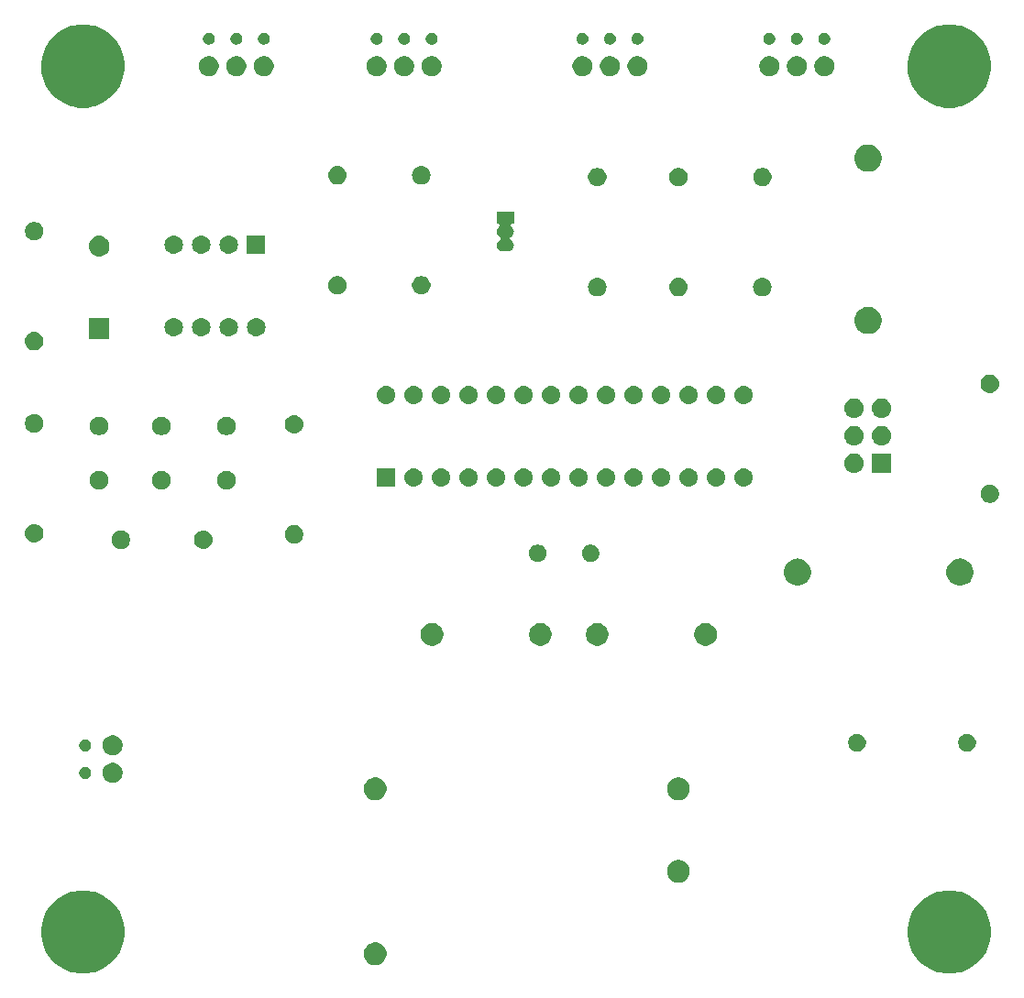
<source format=gbs>
G04 #@! TF.GenerationSoftware,KiCad,Pcbnew,5.0.2-5.0.2*
G04 #@! TF.CreationDate,2019-08-16T20:36:11+01:00*
G04 #@! TF.ProjectId,MaquinaSafetyLevel,4d617175-696e-4615-9361-666574794c65,rev?*
G04 #@! TF.SameCoordinates,Original*
G04 #@! TF.FileFunction,Soldermask,Bot*
G04 #@! TF.FilePolarity,Negative*
%FSLAX46Y46*%
G04 Gerber Fmt 4.6, Leading zero omitted, Abs format (unit mm)*
G04 Created by KiCad (PCBNEW 5.0.2-5.0.2) date Fri 16 Aug 2019 20:36:11 BST*
%MOMM*%
%LPD*%
G01*
G04 APERTURE LIST*
%ADD10C,0.100000*%
G04 APERTURE END LIST*
D10*
G36*
X136125293Y-119497661D02*
X136373295Y-119546992D01*
X137074132Y-119837288D01*
X137700619Y-120255893D01*
X137704872Y-120258735D01*
X138241265Y-120795128D01*
X138241267Y-120795131D01*
X138662712Y-121425868D01*
X138953008Y-122126705D01*
X139101000Y-122870710D01*
X139101000Y-123629290D01*
X138953008Y-124373295D01*
X138662712Y-125074132D01*
X138244107Y-125700619D01*
X138241265Y-125704872D01*
X137704872Y-126241265D01*
X137704869Y-126241267D01*
X137074132Y-126662712D01*
X136373295Y-126953008D01*
X136125293Y-127002339D01*
X135629292Y-127101000D01*
X134870708Y-127101000D01*
X134374707Y-127002339D01*
X134126705Y-126953008D01*
X133425868Y-126662712D01*
X132795131Y-126241267D01*
X132795128Y-126241265D01*
X132258735Y-125704872D01*
X132255893Y-125700619D01*
X131837288Y-125074132D01*
X131546992Y-124373295D01*
X131399000Y-123629290D01*
X131399000Y-122870710D01*
X131546992Y-122126705D01*
X131837288Y-121425868D01*
X132258733Y-120795131D01*
X132258735Y-120795128D01*
X132795128Y-120258735D01*
X132799381Y-120255893D01*
X133425868Y-119837288D01*
X134126705Y-119546992D01*
X134374707Y-119497661D01*
X134870708Y-119399000D01*
X135629292Y-119399000D01*
X136125293Y-119497661D01*
X136125293Y-119497661D01*
G37*
G36*
X56125293Y-119497661D02*
X56373295Y-119546992D01*
X57074132Y-119837288D01*
X57700619Y-120255893D01*
X57704872Y-120258735D01*
X58241265Y-120795128D01*
X58241267Y-120795131D01*
X58662712Y-121425868D01*
X58953008Y-122126705D01*
X59101000Y-122870710D01*
X59101000Y-123629290D01*
X58953008Y-124373295D01*
X58662712Y-125074132D01*
X58244107Y-125700619D01*
X58241265Y-125704872D01*
X57704872Y-126241265D01*
X57704869Y-126241267D01*
X57074132Y-126662712D01*
X56373295Y-126953008D01*
X56125293Y-127002339D01*
X55629292Y-127101000D01*
X54870708Y-127101000D01*
X54374707Y-127002339D01*
X54126705Y-126953008D01*
X53425868Y-126662712D01*
X52795131Y-126241267D01*
X52795128Y-126241265D01*
X52258735Y-125704872D01*
X52255893Y-125700619D01*
X51837288Y-125074132D01*
X51546992Y-124373295D01*
X51399000Y-123629290D01*
X51399000Y-122870710D01*
X51546992Y-122126705D01*
X51837288Y-121425868D01*
X52258733Y-120795131D01*
X52258735Y-120795128D01*
X52795128Y-120258735D01*
X52799381Y-120255893D01*
X53425868Y-119837288D01*
X54126705Y-119546992D01*
X54374707Y-119497661D01*
X54870708Y-119399000D01*
X55629292Y-119399000D01*
X56125293Y-119497661D01*
X56125293Y-119497661D01*
G37*
G36*
X82556565Y-124239389D02*
X82747834Y-124318615D01*
X82919976Y-124433637D01*
X83066363Y-124580024D01*
X83181385Y-124752166D01*
X83260611Y-124943435D01*
X83301000Y-125146484D01*
X83301000Y-125353516D01*
X83260611Y-125556565D01*
X83181385Y-125747834D01*
X83066363Y-125919976D01*
X82919976Y-126066363D01*
X82747834Y-126181385D01*
X82556565Y-126260611D01*
X82353516Y-126301000D01*
X82146484Y-126301000D01*
X81943435Y-126260611D01*
X81752166Y-126181385D01*
X81580024Y-126066363D01*
X81433637Y-125919976D01*
X81318615Y-125747834D01*
X81239389Y-125556565D01*
X81199000Y-125353516D01*
X81199000Y-125146484D01*
X81239389Y-124943435D01*
X81318615Y-124752166D01*
X81433637Y-124580024D01*
X81580024Y-124433637D01*
X81752166Y-124318615D01*
X81943435Y-124239389D01*
X82146484Y-124199000D01*
X82353516Y-124199000D01*
X82556565Y-124239389D01*
X82556565Y-124239389D01*
G37*
G36*
X110556565Y-116619389D02*
X110747834Y-116698615D01*
X110919976Y-116813637D01*
X111066363Y-116960024D01*
X111181385Y-117132166D01*
X111260611Y-117323435D01*
X111301000Y-117526484D01*
X111301000Y-117733516D01*
X111260611Y-117936565D01*
X111181385Y-118127834D01*
X111066363Y-118299976D01*
X110919976Y-118446363D01*
X110747834Y-118561385D01*
X110556565Y-118640611D01*
X110353516Y-118681000D01*
X110146484Y-118681000D01*
X109943435Y-118640611D01*
X109752166Y-118561385D01*
X109580024Y-118446363D01*
X109433637Y-118299976D01*
X109318615Y-118127834D01*
X109239389Y-117936565D01*
X109199000Y-117733516D01*
X109199000Y-117526484D01*
X109239389Y-117323435D01*
X109318615Y-117132166D01*
X109433637Y-116960024D01*
X109580024Y-116813637D01*
X109752166Y-116698615D01*
X109943435Y-116619389D01*
X110146484Y-116579000D01*
X110353516Y-116579000D01*
X110556565Y-116619389D01*
X110556565Y-116619389D01*
G37*
G36*
X110556565Y-108999389D02*
X110747834Y-109078615D01*
X110919976Y-109193637D01*
X111066363Y-109340024D01*
X111181385Y-109512166D01*
X111260611Y-109703435D01*
X111301000Y-109906484D01*
X111301000Y-110113516D01*
X111260611Y-110316565D01*
X111181385Y-110507834D01*
X111066363Y-110679976D01*
X110919976Y-110826363D01*
X110747834Y-110941385D01*
X110556565Y-111020611D01*
X110353516Y-111061000D01*
X110146484Y-111061000D01*
X109943435Y-111020611D01*
X109752166Y-110941385D01*
X109580024Y-110826363D01*
X109433637Y-110679976D01*
X109318615Y-110507834D01*
X109239389Y-110316565D01*
X109199000Y-110113516D01*
X109199000Y-109906484D01*
X109239389Y-109703435D01*
X109318615Y-109512166D01*
X109433637Y-109340024D01*
X109580024Y-109193637D01*
X109752166Y-109078615D01*
X109943435Y-108999389D01*
X110146484Y-108959000D01*
X110353516Y-108959000D01*
X110556565Y-108999389D01*
X110556565Y-108999389D01*
G37*
G36*
X82556565Y-108999389D02*
X82747834Y-109078615D01*
X82919976Y-109193637D01*
X83066363Y-109340024D01*
X83181385Y-109512166D01*
X83260611Y-109703435D01*
X83301000Y-109906484D01*
X83301000Y-110113516D01*
X83260611Y-110316565D01*
X83181385Y-110507834D01*
X83066363Y-110679976D01*
X82919976Y-110826363D01*
X82747834Y-110941385D01*
X82556565Y-111020611D01*
X82353516Y-111061000D01*
X82146484Y-111061000D01*
X81943435Y-111020611D01*
X81752166Y-110941385D01*
X81580024Y-110826363D01*
X81433637Y-110679976D01*
X81318615Y-110507834D01*
X81239389Y-110316565D01*
X81199000Y-110113516D01*
X81199000Y-109906484D01*
X81239389Y-109703435D01*
X81318615Y-109512166D01*
X81433637Y-109340024D01*
X81580024Y-109193637D01*
X81752166Y-109078615D01*
X81943435Y-108999389D01*
X82146484Y-108959000D01*
X82353516Y-108959000D01*
X82556565Y-108999389D01*
X82556565Y-108999389D01*
G37*
G36*
X58270104Y-107649585D02*
X58438626Y-107719389D01*
X58590291Y-107820728D01*
X58719272Y-107949709D01*
X58820611Y-108101374D01*
X58890415Y-108269896D01*
X58926000Y-108448797D01*
X58926000Y-108631203D01*
X58890415Y-108810104D01*
X58820611Y-108978626D01*
X58719272Y-109130291D01*
X58590291Y-109259272D01*
X58438626Y-109360611D01*
X58270104Y-109430415D01*
X58091203Y-109466000D01*
X57908797Y-109466000D01*
X57729896Y-109430415D01*
X57561374Y-109360611D01*
X57409709Y-109259272D01*
X57280728Y-109130291D01*
X57179389Y-108978626D01*
X57109585Y-108810104D01*
X57074000Y-108631203D01*
X57074000Y-108448797D01*
X57109585Y-108269896D01*
X57179389Y-108101374D01*
X57280728Y-107949709D01*
X57409709Y-107820728D01*
X57561374Y-107719389D01*
X57729896Y-107649585D01*
X57908797Y-107614000D01*
X58091203Y-107614000D01*
X58270104Y-107649585D01*
X58270104Y-107649585D01*
G37*
G36*
X55620721Y-108010174D02*
X55720995Y-108051709D01*
X55811245Y-108112012D01*
X55887988Y-108188755D01*
X55948291Y-108279005D01*
X55989826Y-108379279D01*
X56011000Y-108485730D01*
X56011000Y-108594270D01*
X55989826Y-108700721D01*
X55948291Y-108800995D01*
X55887988Y-108891245D01*
X55811245Y-108967988D01*
X55720995Y-109028291D01*
X55620721Y-109069826D01*
X55514270Y-109091000D01*
X55405730Y-109091000D01*
X55299279Y-109069826D01*
X55199005Y-109028291D01*
X55108755Y-108967988D01*
X55032012Y-108891245D01*
X54971709Y-108800995D01*
X54930174Y-108700721D01*
X54909000Y-108594270D01*
X54909000Y-108485730D01*
X54930174Y-108379279D01*
X54971709Y-108279005D01*
X55032012Y-108188755D01*
X55108755Y-108112012D01*
X55199005Y-108051709D01*
X55299279Y-108010174D01*
X55405730Y-107989000D01*
X55514270Y-107989000D01*
X55620721Y-108010174D01*
X55620721Y-108010174D01*
G37*
G36*
X58270104Y-105109585D02*
X58438626Y-105179389D01*
X58590291Y-105280728D01*
X58719272Y-105409709D01*
X58820611Y-105561374D01*
X58890415Y-105729896D01*
X58926000Y-105908797D01*
X58926000Y-106091203D01*
X58890415Y-106270104D01*
X58820611Y-106438626D01*
X58719272Y-106590291D01*
X58590291Y-106719272D01*
X58438626Y-106820611D01*
X58270104Y-106890415D01*
X58091203Y-106926000D01*
X57908797Y-106926000D01*
X57729896Y-106890415D01*
X57561374Y-106820611D01*
X57409709Y-106719272D01*
X57280728Y-106590291D01*
X57179389Y-106438626D01*
X57109585Y-106270104D01*
X57074000Y-106091203D01*
X57074000Y-105908797D01*
X57109585Y-105729896D01*
X57179389Y-105561374D01*
X57280728Y-105409709D01*
X57409709Y-105280728D01*
X57561374Y-105179389D01*
X57729896Y-105109585D01*
X57908797Y-105074000D01*
X58091203Y-105074000D01*
X58270104Y-105109585D01*
X58270104Y-105109585D01*
G37*
G36*
X126987142Y-104968242D02*
X127135102Y-105029530D01*
X127201656Y-105074000D01*
X127254915Y-105109586D01*
X127268258Y-105118502D01*
X127381498Y-105231742D01*
X127470470Y-105364898D01*
X127531758Y-105512858D01*
X127563000Y-105669925D01*
X127563000Y-105830075D01*
X127531758Y-105987142D01*
X127503952Y-106054270D01*
X127470471Y-106135100D01*
X127386351Y-106260996D01*
X127381498Y-106268258D01*
X127268258Y-106381498D01*
X127135102Y-106470470D01*
X126987142Y-106531758D01*
X126830075Y-106563000D01*
X126669925Y-106563000D01*
X126512858Y-106531758D01*
X126364898Y-106470470D01*
X126231742Y-106381498D01*
X126118502Y-106268258D01*
X126113650Y-106260996D01*
X126029529Y-106135100D01*
X125996048Y-106054270D01*
X125968242Y-105987142D01*
X125937000Y-105830075D01*
X125937000Y-105669925D01*
X125968242Y-105512858D01*
X126029530Y-105364898D01*
X126118502Y-105231742D01*
X126231742Y-105118502D01*
X126245086Y-105109586D01*
X126298344Y-105074000D01*
X126364898Y-105029530D01*
X126512858Y-104968242D01*
X126669925Y-104937000D01*
X126830075Y-104937000D01*
X126987142Y-104968242D01*
X126987142Y-104968242D01*
G37*
G36*
X137147142Y-104968242D02*
X137295102Y-105029530D01*
X137361656Y-105074000D01*
X137414915Y-105109586D01*
X137428258Y-105118502D01*
X137541498Y-105231742D01*
X137630470Y-105364898D01*
X137691758Y-105512858D01*
X137723000Y-105669925D01*
X137723000Y-105830075D01*
X137691758Y-105987142D01*
X137663952Y-106054270D01*
X137630471Y-106135100D01*
X137546351Y-106260996D01*
X137541498Y-106268258D01*
X137428258Y-106381498D01*
X137295102Y-106470470D01*
X137147142Y-106531758D01*
X136990075Y-106563000D01*
X136829925Y-106563000D01*
X136672858Y-106531758D01*
X136524898Y-106470470D01*
X136391742Y-106381498D01*
X136278502Y-106268258D01*
X136273650Y-106260996D01*
X136189529Y-106135100D01*
X136156048Y-106054270D01*
X136128242Y-105987142D01*
X136097000Y-105830075D01*
X136097000Y-105669925D01*
X136128242Y-105512858D01*
X136189530Y-105364898D01*
X136278502Y-105231742D01*
X136391742Y-105118502D01*
X136405086Y-105109586D01*
X136458344Y-105074000D01*
X136524898Y-105029530D01*
X136672858Y-104968242D01*
X136829925Y-104937000D01*
X136990075Y-104937000D01*
X137147142Y-104968242D01*
X137147142Y-104968242D01*
G37*
G36*
X55620721Y-105470174D02*
X55720995Y-105511709D01*
X55811245Y-105572012D01*
X55887988Y-105648755D01*
X55948291Y-105739005D01*
X55989826Y-105839279D01*
X56011000Y-105945730D01*
X56011000Y-106054270D01*
X55989826Y-106160721D01*
X55948291Y-106260995D01*
X55887988Y-106351245D01*
X55811245Y-106427988D01*
X55720995Y-106488291D01*
X55620721Y-106529826D01*
X55514270Y-106551000D01*
X55405730Y-106551000D01*
X55299279Y-106529826D01*
X55199005Y-106488291D01*
X55108755Y-106427988D01*
X55032012Y-106351245D01*
X54971709Y-106260995D01*
X54930174Y-106160721D01*
X54909000Y-106054270D01*
X54909000Y-105945730D01*
X54930174Y-105839279D01*
X54971709Y-105739005D01*
X55032012Y-105648755D01*
X55108755Y-105572012D01*
X55199005Y-105511709D01*
X55299279Y-105470174D01*
X55405730Y-105449000D01*
X55514270Y-105449000D01*
X55620721Y-105470174D01*
X55620721Y-105470174D01*
G37*
G36*
X87806565Y-94739389D02*
X87997834Y-94818615D01*
X88169976Y-94933637D01*
X88316363Y-95080024D01*
X88431385Y-95252166D01*
X88510611Y-95443435D01*
X88551000Y-95646484D01*
X88551000Y-95853516D01*
X88510611Y-96056565D01*
X88431385Y-96247834D01*
X88316363Y-96419976D01*
X88169976Y-96566363D01*
X87997834Y-96681385D01*
X87806565Y-96760611D01*
X87603516Y-96801000D01*
X87396484Y-96801000D01*
X87193435Y-96760611D01*
X87002166Y-96681385D01*
X86830024Y-96566363D01*
X86683637Y-96419976D01*
X86568615Y-96247834D01*
X86489389Y-96056565D01*
X86449000Y-95853516D01*
X86449000Y-95646484D01*
X86489389Y-95443435D01*
X86568615Y-95252166D01*
X86683637Y-95080024D01*
X86830024Y-94933637D01*
X87002166Y-94818615D01*
X87193435Y-94739389D01*
X87396484Y-94699000D01*
X87603516Y-94699000D01*
X87806565Y-94739389D01*
X87806565Y-94739389D01*
G37*
G36*
X113056565Y-94739389D02*
X113247834Y-94818615D01*
X113419976Y-94933637D01*
X113566363Y-95080024D01*
X113681385Y-95252166D01*
X113760611Y-95443435D01*
X113801000Y-95646484D01*
X113801000Y-95853516D01*
X113760611Y-96056565D01*
X113681385Y-96247834D01*
X113566363Y-96419976D01*
X113419976Y-96566363D01*
X113247834Y-96681385D01*
X113056565Y-96760611D01*
X112853516Y-96801000D01*
X112646484Y-96801000D01*
X112443435Y-96760611D01*
X112252166Y-96681385D01*
X112080024Y-96566363D01*
X111933637Y-96419976D01*
X111818615Y-96247834D01*
X111739389Y-96056565D01*
X111699000Y-95853516D01*
X111699000Y-95646484D01*
X111739389Y-95443435D01*
X111818615Y-95252166D01*
X111933637Y-95080024D01*
X112080024Y-94933637D01*
X112252166Y-94818615D01*
X112443435Y-94739389D01*
X112646484Y-94699000D01*
X112853516Y-94699000D01*
X113056565Y-94739389D01*
X113056565Y-94739389D01*
G37*
G36*
X103056565Y-94739389D02*
X103247834Y-94818615D01*
X103419976Y-94933637D01*
X103566363Y-95080024D01*
X103681385Y-95252166D01*
X103760611Y-95443435D01*
X103801000Y-95646484D01*
X103801000Y-95853516D01*
X103760611Y-96056565D01*
X103681385Y-96247834D01*
X103566363Y-96419976D01*
X103419976Y-96566363D01*
X103247834Y-96681385D01*
X103056565Y-96760611D01*
X102853516Y-96801000D01*
X102646484Y-96801000D01*
X102443435Y-96760611D01*
X102252166Y-96681385D01*
X102080024Y-96566363D01*
X101933637Y-96419976D01*
X101818615Y-96247834D01*
X101739389Y-96056565D01*
X101699000Y-95853516D01*
X101699000Y-95646484D01*
X101739389Y-95443435D01*
X101818615Y-95252166D01*
X101933637Y-95080024D01*
X102080024Y-94933637D01*
X102252166Y-94818615D01*
X102443435Y-94739389D01*
X102646484Y-94699000D01*
X102853516Y-94699000D01*
X103056565Y-94739389D01*
X103056565Y-94739389D01*
G37*
G36*
X97806565Y-94739389D02*
X97997834Y-94818615D01*
X98169976Y-94933637D01*
X98316363Y-95080024D01*
X98431385Y-95252166D01*
X98510611Y-95443435D01*
X98551000Y-95646484D01*
X98551000Y-95853516D01*
X98510611Y-96056565D01*
X98431385Y-96247834D01*
X98316363Y-96419976D01*
X98169976Y-96566363D01*
X97997834Y-96681385D01*
X97806565Y-96760611D01*
X97603516Y-96801000D01*
X97396484Y-96801000D01*
X97193435Y-96760611D01*
X97002166Y-96681385D01*
X96830024Y-96566363D01*
X96683637Y-96419976D01*
X96568615Y-96247834D01*
X96489389Y-96056565D01*
X96449000Y-95853516D01*
X96449000Y-95646484D01*
X96489389Y-95443435D01*
X96568615Y-95252166D01*
X96683637Y-95080024D01*
X96830024Y-94933637D01*
X97002166Y-94818615D01*
X97193435Y-94739389D01*
X97396484Y-94699000D01*
X97603516Y-94699000D01*
X97806565Y-94739389D01*
X97806565Y-94739389D01*
G37*
G36*
X136431571Y-88760608D02*
X136614903Y-88797075D01*
X136842571Y-88891378D01*
X137035393Y-89020218D01*
X137047469Y-89028287D01*
X137221713Y-89202531D01*
X137221715Y-89202534D01*
X137358622Y-89407429D01*
X137452925Y-89635097D01*
X137501000Y-89876787D01*
X137501000Y-90123213D01*
X137452925Y-90364903D01*
X137358622Y-90592571D01*
X137222332Y-90796542D01*
X137221713Y-90797469D01*
X137047469Y-90971713D01*
X137047466Y-90971715D01*
X136842571Y-91108622D01*
X136614903Y-91202925D01*
X136433636Y-91238981D01*
X136373214Y-91251000D01*
X136126786Y-91251000D01*
X136066365Y-91238981D01*
X135885097Y-91202925D01*
X135657429Y-91108622D01*
X135452534Y-90971715D01*
X135452531Y-90971713D01*
X135278287Y-90797469D01*
X135277668Y-90796542D01*
X135141378Y-90592571D01*
X135047075Y-90364903D01*
X134999000Y-90123213D01*
X134999000Y-89876787D01*
X135047075Y-89635097D01*
X135141378Y-89407429D01*
X135278285Y-89202534D01*
X135278287Y-89202531D01*
X135452531Y-89028287D01*
X135464607Y-89020218D01*
X135657429Y-88891378D01*
X135885097Y-88797075D01*
X136068429Y-88760608D01*
X136126786Y-88749000D01*
X136373214Y-88749000D01*
X136431571Y-88760608D01*
X136431571Y-88760608D01*
G37*
G36*
X121431571Y-88760608D02*
X121614903Y-88797075D01*
X121842571Y-88891378D01*
X122035393Y-89020218D01*
X122047469Y-89028287D01*
X122221713Y-89202531D01*
X122221715Y-89202534D01*
X122358622Y-89407429D01*
X122452925Y-89635097D01*
X122501000Y-89876787D01*
X122501000Y-90123213D01*
X122452925Y-90364903D01*
X122358622Y-90592571D01*
X122222332Y-90796542D01*
X122221713Y-90797469D01*
X122047469Y-90971713D01*
X122047466Y-90971715D01*
X121842571Y-91108622D01*
X121614903Y-91202925D01*
X121433636Y-91238981D01*
X121373214Y-91251000D01*
X121126786Y-91251000D01*
X121066365Y-91238981D01*
X120885097Y-91202925D01*
X120657429Y-91108622D01*
X120452534Y-90971715D01*
X120452531Y-90971713D01*
X120278287Y-90797469D01*
X120277668Y-90796542D01*
X120141378Y-90592571D01*
X120047075Y-90364903D01*
X119999000Y-90123213D01*
X119999000Y-89876787D01*
X120047075Y-89635097D01*
X120141378Y-89407429D01*
X120278285Y-89202534D01*
X120278287Y-89202531D01*
X120452531Y-89028287D01*
X120464607Y-89020218D01*
X120657429Y-88891378D01*
X120885097Y-88797075D01*
X121068429Y-88760608D01*
X121126786Y-88749000D01*
X121373214Y-88749000D01*
X121431571Y-88760608D01*
X121431571Y-88760608D01*
G37*
G36*
X102363643Y-87479781D02*
X102509415Y-87540162D01*
X102640611Y-87627824D01*
X102752176Y-87739389D01*
X102839838Y-87870585D01*
X102900219Y-88016357D01*
X102931000Y-88171107D01*
X102931000Y-88328893D01*
X102900219Y-88483643D01*
X102839838Y-88629415D01*
X102752176Y-88760611D01*
X102640611Y-88872176D01*
X102509415Y-88959838D01*
X102363643Y-89020219D01*
X102208893Y-89051000D01*
X102051107Y-89051000D01*
X101896357Y-89020219D01*
X101750585Y-88959838D01*
X101619389Y-88872176D01*
X101507824Y-88760611D01*
X101420162Y-88629415D01*
X101359781Y-88483643D01*
X101329000Y-88328893D01*
X101329000Y-88171107D01*
X101359781Y-88016357D01*
X101420162Y-87870585D01*
X101507824Y-87739389D01*
X101619389Y-87627824D01*
X101750585Y-87540162D01*
X101896357Y-87479781D01*
X102051107Y-87449000D01*
X102208893Y-87449000D01*
X102363643Y-87479781D01*
X102363643Y-87479781D01*
G37*
G36*
X97483643Y-87479781D02*
X97629415Y-87540162D01*
X97760611Y-87627824D01*
X97872176Y-87739389D01*
X97959838Y-87870585D01*
X98020219Y-88016357D01*
X98051000Y-88171107D01*
X98051000Y-88328893D01*
X98020219Y-88483643D01*
X97959838Y-88629415D01*
X97872176Y-88760611D01*
X97760611Y-88872176D01*
X97629415Y-88959838D01*
X97483643Y-89020219D01*
X97328893Y-89051000D01*
X97171107Y-89051000D01*
X97016357Y-89020219D01*
X96870585Y-88959838D01*
X96739389Y-88872176D01*
X96627824Y-88760611D01*
X96540162Y-88629415D01*
X96479781Y-88483643D01*
X96449000Y-88328893D01*
X96449000Y-88171107D01*
X96479781Y-88016357D01*
X96540162Y-87870585D01*
X96627824Y-87739389D01*
X96739389Y-87627824D01*
X96870585Y-87540162D01*
X97016357Y-87479781D01*
X97171107Y-87449000D01*
X97328893Y-87449000D01*
X97483643Y-87479781D01*
X97483643Y-87479781D01*
G37*
G36*
X58998228Y-86181703D02*
X59153100Y-86245853D01*
X59292481Y-86338985D01*
X59411015Y-86457519D01*
X59504147Y-86596900D01*
X59568297Y-86751772D01*
X59601000Y-86916184D01*
X59601000Y-87083816D01*
X59568297Y-87248228D01*
X59504147Y-87403100D01*
X59411015Y-87542481D01*
X59292481Y-87661015D01*
X59153100Y-87754147D01*
X58998228Y-87818297D01*
X58833816Y-87851000D01*
X58666184Y-87851000D01*
X58501772Y-87818297D01*
X58346900Y-87754147D01*
X58207519Y-87661015D01*
X58088985Y-87542481D01*
X57995853Y-87403100D01*
X57931703Y-87248228D01*
X57899000Y-87083816D01*
X57899000Y-86916184D01*
X57931703Y-86751772D01*
X57995853Y-86596900D01*
X58088985Y-86457519D01*
X58207519Y-86338985D01*
X58346900Y-86245853D01*
X58501772Y-86181703D01*
X58666184Y-86149000D01*
X58833816Y-86149000D01*
X58998228Y-86181703D01*
X58998228Y-86181703D01*
G37*
G36*
X66536821Y-86161313D02*
X66536824Y-86161314D01*
X66536825Y-86161314D01*
X66697239Y-86209975D01*
X66697241Y-86209976D01*
X66697244Y-86209977D01*
X66845078Y-86288995D01*
X66974659Y-86395341D01*
X67081005Y-86524922D01*
X67160023Y-86672756D01*
X67160024Y-86672759D01*
X67160025Y-86672761D01*
X67208686Y-86833175D01*
X67208687Y-86833179D01*
X67225117Y-87000000D01*
X67208687Y-87166821D01*
X67208686Y-87166824D01*
X67208686Y-87166825D01*
X67162738Y-87318297D01*
X67160023Y-87327244D01*
X67081005Y-87475078D01*
X66974659Y-87604659D01*
X66845078Y-87711005D01*
X66697244Y-87790023D01*
X66697241Y-87790024D01*
X66697239Y-87790025D01*
X66536825Y-87838686D01*
X66536824Y-87838686D01*
X66536821Y-87838687D01*
X66411804Y-87851000D01*
X66328196Y-87851000D01*
X66203179Y-87838687D01*
X66203176Y-87838686D01*
X66203175Y-87838686D01*
X66042761Y-87790025D01*
X66042759Y-87790024D01*
X66042756Y-87790023D01*
X65894922Y-87711005D01*
X65765341Y-87604659D01*
X65658995Y-87475078D01*
X65579977Y-87327244D01*
X65577263Y-87318297D01*
X65531314Y-87166825D01*
X65531314Y-87166824D01*
X65531313Y-87166821D01*
X65514883Y-87000000D01*
X65531313Y-86833179D01*
X65531314Y-86833175D01*
X65579975Y-86672761D01*
X65579976Y-86672759D01*
X65579977Y-86672756D01*
X65658995Y-86524922D01*
X65765341Y-86395341D01*
X65894922Y-86288995D01*
X66042756Y-86209977D01*
X66042759Y-86209976D01*
X66042761Y-86209975D01*
X66203175Y-86161314D01*
X66203176Y-86161314D01*
X66203179Y-86161313D01*
X66328196Y-86149000D01*
X66411804Y-86149000D01*
X66536821Y-86161313D01*
X66536821Y-86161313D01*
G37*
G36*
X74998228Y-85681703D02*
X75153100Y-85745853D01*
X75292481Y-85838985D01*
X75411015Y-85957519D01*
X75504147Y-86096900D01*
X75568297Y-86251772D01*
X75601000Y-86416184D01*
X75601000Y-86583816D01*
X75568297Y-86748228D01*
X75504147Y-86903100D01*
X75411015Y-87042481D01*
X75292481Y-87161015D01*
X75153100Y-87254147D01*
X74998228Y-87318297D01*
X74833816Y-87351000D01*
X74666184Y-87351000D01*
X74501772Y-87318297D01*
X74346900Y-87254147D01*
X74207519Y-87161015D01*
X74088985Y-87042481D01*
X73995853Y-86903100D01*
X73931703Y-86748228D01*
X73899000Y-86583816D01*
X73899000Y-86416184D01*
X73931703Y-86251772D01*
X73995853Y-86096900D01*
X74088985Y-85957519D01*
X74207519Y-85838985D01*
X74346900Y-85745853D01*
X74501772Y-85681703D01*
X74666184Y-85649000D01*
X74833816Y-85649000D01*
X74998228Y-85681703D01*
X74998228Y-85681703D01*
G37*
G36*
X50916821Y-85571313D02*
X50916824Y-85571314D01*
X50916825Y-85571314D01*
X51077239Y-85619975D01*
X51077241Y-85619976D01*
X51077244Y-85619977D01*
X51225078Y-85698995D01*
X51354659Y-85805341D01*
X51461005Y-85934922D01*
X51540023Y-86082756D01*
X51540024Y-86082759D01*
X51540025Y-86082761D01*
X51588686Y-86243175D01*
X51588687Y-86243179D01*
X51605117Y-86410000D01*
X51588687Y-86576821D01*
X51588686Y-86576824D01*
X51588686Y-86576825D01*
X51559586Y-86672756D01*
X51540023Y-86737244D01*
X51461005Y-86885078D01*
X51354659Y-87014659D01*
X51225078Y-87121005D01*
X51077244Y-87200023D01*
X51077241Y-87200024D01*
X51077239Y-87200025D01*
X50916825Y-87248686D01*
X50916824Y-87248686D01*
X50916821Y-87248687D01*
X50791804Y-87261000D01*
X50708196Y-87261000D01*
X50583179Y-87248687D01*
X50583176Y-87248686D01*
X50583175Y-87248686D01*
X50422761Y-87200025D01*
X50422759Y-87200024D01*
X50422756Y-87200023D01*
X50274922Y-87121005D01*
X50145341Y-87014659D01*
X50038995Y-86885078D01*
X49959977Y-86737244D01*
X49940415Y-86672756D01*
X49911314Y-86576825D01*
X49911314Y-86576824D01*
X49911313Y-86576821D01*
X49894883Y-86410000D01*
X49911313Y-86243179D01*
X49911314Y-86243175D01*
X49959975Y-86082761D01*
X49959976Y-86082759D01*
X49959977Y-86082756D01*
X50038995Y-85934922D01*
X50145341Y-85805341D01*
X50274922Y-85698995D01*
X50422756Y-85619977D01*
X50422759Y-85619976D01*
X50422761Y-85619975D01*
X50583175Y-85571314D01*
X50583176Y-85571314D01*
X50583179Y-85571313D01*
X50708196Y-85559000D01*
X50791804Y-85559000D01*
X50916821Y-85571313D01*
X50916821Y-85571313D01*
G37*
G36*
X139248228Y-81931703D02*
X139403100Y-81995853D01*
X139542481Y-82088985D01*
X139661015Y-82207519D01*
X139754147Y-82346900D01*
X139818297Y-82501772D01*
X139851000Y-82666184D01*
X139851000Y-82833816D01*
X139818297Y-82998228D01*
X139754147Y-83153100D01*
X139661015Y-83292481D01*
X139542481Y-83411015D01*
X139403100Y-83504147D01*
X139248228Y-83568297D01*
X139083816Y-83601000D01*
X138916184Y-83601000D01*
X138751772Y-83568297D01*
X138596900Y-83504147D01*
X138457519Y-83411015D01*
X138338985Y-83292481D01*
X138245853Y-83153100D01*
X138181703Y-82998228D01*
X138149000Y-82833816D01*
X138149000Y-82666184D01*
X138181703Y-82501772D01*
X138245853Y-82346900D01*
X138338985Y-82207519D01*
X138457519Y-82088985D01*
X138596900Y-81995853D01*
X138751772Y-81931703D01*
X138916184Y-81899000D01*
X139083816Y-81899000D01*
X139248228Y-81931703D01*
X139248228Y-81931703D01*
G37*
G36*
X56998228Y-80681703D02*
X57153100Y-80745853D01*
X57292481Y-80838985D01*
X57411015Y-80957519D01*
X57504147Y-81096900D01*
X57568297Y-81251772D01*
X57601000Y-81416184D01*
X57601000Y-81583816D01*
X57568297Y-81748228D01*
X57504147Y-81903100D01*
X57411015Y-82042481D01*
X57292481Y-82161015D01*
X57153100Y-82254147D01*
X56998228Y-82318297D01*
X56833816Y-82351000D01*
X56666184Y-82351000D01*
X56501772Y-82318297D01*
X56346900Y-82254147D01*
X56207519Y-82161015D01*
X56088985Y-82042481D01*
X55995853Y-81903100D01*
X55931703Y-81748228D01*
X55899000Y-81583816D01*
X55899000Y-81416184D01*
X55931703Y-81251772D01*
X55995853Y-81096900D01*
X56088985Y-80957519D01*
X56207519Y-80838985D01*
X56346900Y-80745853D01*
X56501772Y-80681703D01*
X56666184Y-80649000D01*
X56833816Y-80649000D01*
X56998228Y-80681703D01*
X56998228Y-80681703D01*
G37*
G36*
X62748228Y-80681703D02*
X62903100Y-80745853D01*
X63042481Y-80838985D01*
X63161015Y-80957519D01*
X63254147Y-81096900D01*
X63318297Y-81251772D01*
X63351000Y-81416184D01*
X63351000Y-81583816D01*
X63318297Y-81748228D01*
X63254147Y-81903100D01*
X63161015Y-82042481D01*
X63042481Y-82161015D01*
X62903100Y-82254147D01*
X62748228Y-82318297D01*
X62583816Y-82351000D01*
X62416184Y-82351000D01*
X62251772Y-82318297D01*
X62096900Y-82254147D01*
X61957519Y-82161015D01*
X61838985Y-82042481D01*
X61745853Y-81903100D01*
X61681703Y-81748228D01*
X61649000Y-81583816D01*
X61649000Y-81416184D01*
X61681703Y-81251772D01*
X61745853Y-81096900D01*
X61838985Y-80957519D01*
X61957519Y-80838985D01*
X62096900Y-80745853D01*
X62251772Y-80681703D01*
X62416184Y-80649000D01*
X62583816Y-80649000D01*
X62748228Y-80681703D01*
X62748228Y-80681703D01*
G37*
G36*
X68748228Y-80681703D02*
X68903100Y-80745853D01*
X69042481Y-80838985D01*
X69161015Y-80957519D01*
X69254147Y-81096900D01*
X69318297Y-81251772D01*
X69351000Y-81416184D01*
X69351000Y-81583816D01*
X69318297Y-81748228D01*
X69254147Y-81903100D01*
X69161015Y-82042481D01*
X69042481Y-82161015D01*
X68903100Y-82254147D01*
X68748228Y-82318297D01*
X68583816Y-82351000D01*
X68416184Y-82351000D01*
X68251772Y-82318297D01*
X68096900Y-82254147D01*
X67957519Y-82161015D01*
X67838985Y-82042481D01*
X67745853Y-81903100D01*
X67681703Y-81748228D01*
X67649000Y-81583816D01*
X67649000Y-81416184D01*
X67681703Y-81251772D01*
X67745853Y-81096900D01*
X67838985Y-80957519D01*
X67957519Y-80838985D01*
X68096900Y-80745853D01*
X68251772Y-80681703D01*
X68416184Y-80649000D01*
X68583816Y-80649000D01*
X68748228Y-80681703D01*
X68748228Y-80681703D01*
G37*
G36*
X116436821Y-80411313D02*
X116436824Y-80411314D01*
X116436825Y-80411314D01*
X116597239Y-80459975D01*
X116597241Y-80459976D01*
X116597244Y-80459977D01*
X116745078Y-80538995D01*
X116874659Y-80645341D01*
X116981005Y-80774922D01*
X117060023Y-80922756D01*
X117060024Y-80922759D01*
X117060025Y-80922761D01*
X117108686Y-81083175D01*
X117108687Y-81083179D01*
X117125117Y-81250000D01*
X117108687Y-81416821D01*
X117060023Y-81577244D01*
X116981005Y-81725078D01*
X116874659Y-81854659D01*
X116745078Y-81961005D01*
X116597244Y-82040023D01*
X116597241Y-82040024D01*
X116597239Y-82040025D01*
X116436825Y-82088686D01*
X116436824Y-82088686D01*
X116436821Y-82088687D01*
X116311804Y-82101000D01*
X116228196Y-82101000D01*
X116103179Y-82088687D01*
X116103176Y-82088686D01*
X116103175Y-82088686D01*
X115942761Y-82040025D01*
X115942759Y-82040024D01*
X115942756Y-82040023D01*
X115794922Y-81961005D01*
X115665341Y-81854659D01*
X115558995Y-81725078D01*
X115479977Y-81577244D01*
X115431313Y-81416821D01*
X115414883Y-81250000D01*
X115431313Y-81083179D01*
X115431314Y-81083175D01*
X115479975Y-80922761D01*
X115479976Y-80922759D01*
X115479977Y-80922756D01*
X115558995Y-80774922D01*
X115665341Y-80645341D01*
X115794922Y-80538995D01*
X115942756Y-80459977D01*
X115942759Y-80459976D01*
X115942761Y-80459975D01*
X116103175Y-80411314D01*
X116103176Y-80411314D01*
X116103179Y-80411313D01*
X116228196Y-80399000D01*
X116311804Y-80399000D01*
X116436821Y-80411313D01*
X116436821Y-80411313D01*
G37*
G36*
X103736821Y-80411313D02*
X103736824Y-80411314D01*
X103736825Y-80411314D01*
X103897239Y-80459975D01*
X103897241Y-80459976D01*
X103897244Y-80459977D01*
X104045078Y-80538995D01*
X104174659Y-80645341D01*
X104281005Y-80774922D01*
X104360023Y-80922756D01*
X104360024Y-80922759D01*
X104360025Y-80922761D01*
X104408686Y-81083175D01*
X104408687Y-81083179D01*
X104425117Y-81250000D01*
X104408687Y-81416821D01*
X104360023Y-81577244D01*
X104281005Y-81725078D01*
X104174659Y-81854659D01*
X104045078Y-81961005D01*
X103897244Y-82040023D01*
X103897241Y-82040024D01*
X103897239Y-82040025D01*
X103736825Y-82088686D01*
X103736824Y-82088686D01*
X103736821Y-82088687D01*
X103611804Y-82101000D01*
X103528196Y-82101000D01*
X103403179Y-82088687D01*
X103403176Y-82088686D01*
X103403175Y-82088686D01*
X103242761Y-82040025D01*
X103242759Y-82040024D01*
X103242756Y-82040023D01*
X103094922Y-81961005D01*
X102965341Y-81854659D01*
X102858995Y-81725078D01*
X102779977Y-81577244D01*
X102731313Y-81416821D01*
X102714883Y-81250000D01*
X102731313Y-81083179D01*
X102731314Y-81083175D01*
X102779975Y-80922761D01*
X102779976Y-80922759D01*
X102779977Y-80922756D01*
X102858995Y-80774922D01*
X102965341Y-80645341D01*
X103094922Y-80538995D01*
X103242756Y-80459977D01*
X103242759Y-80459976D01*
X103242761Y-80459975D01*
X103403175Y-80411314D01*
X103403176Y-80411314D01*
X103403179Y-80411313D01*
X103528196Y-80399000D01*
X103611804Y-80399000D01*
X103736821Y-80411313D01*
X103736821Y-80411313D01*
G37*
G36*
X101196821Y-80411313D02*
X101196824Y-80411314D01*
X101196825Y-80411314D01*
X101357239Y-80459975D01*
X101357241Y-80459976D01*
X101357244Y-80459977D01*
X101505078Y-80538995D01*
X101634659Y-80645341D01*
X101741005Y-80774922D01*
X101820023Y-80922756D01*
X101820024Y-80922759D01*
X101820025Y-80922761D01*
X101868686Y-81083175D01*
X101868687Y-81083179D01*
X101885117Y-81250000D01*
X101868687Y-81416821D01*
X101820023Y-81577244D01*
X101741005Y-81725078D01*
X101634659Y-81854659D01*
X101505078Y-81961005D01*
X101357244Y-82040023D01*
X101357241Y-82040024D01*
X101357239Y-82040025D01*
X101196825Y-82088686D01*
X101196824Y-82088686D01*
X101196821Y-82088687D01*
X101071804Y-82101000D01*
X100988196Y-82101000D01*
X100863179Y-82088687D01*
X100863176Y-82088686D01*
X100863175Y-82088686D01*
X100702761Y-82040025D01*
X100702759Y-82040024D01*
X100702756Y-82040023D01*
X100554922Y-81961005D01*
X100425341Y-81854659D01*
X100318995Y-81725078D01*
X100239977Y-81577244D01*
X100191313Y-81416821D01*
X100174883Y-81250000D01*
X100191313Y-81083179D01*
X100191314Y-81083175D01*
X100239975Y-80922761D01*
X100239976Y-80922759D01*
X100239977Y-80922756D01*
X100318995Y-80774922D01*
X100425341Y-80645341D01*
X100554922Y-80538995D01*
X100702756Y-80459977D01*
X100702759Y-80459976D01*
X100702761Y-80459975D01*
X100863175Y-80411314D01*
X100863176Y-80411314D01*
X100863179Y-80411313D01*
X100988196Y-80399000D01*
X101071804Y-80399000D01*
X101196821Y-80411313D01*
X101196821Y-80411313D01*
G37*
G36*
X113896821Y-80411313D02*
X113896824Y-80411314D01*
X113896825Y-80411314D01*
X114057239Y-80459975D01*
X114057241Y-80459976D01*
X114057244Y-80459977D01*
X114205078Y-80538995D01*
X114334659Y-80645341D01*
X114441005Y-80774922D01*
X114520023Y-80922756D01*
X114520024Y-80922759D01*
X114520025Y-80922761D01*
X114568686Y-81083175D01*
X114568687Y-81083179D01*
X114585117Y-81250000D01*
X114568687Y-81416821D01*
X114520023Y-81577244D01*
X114441005Y-81725078D01*
X114334659Y-81854659D01*
X114205078Y-81961005D01*
X114057244Y-82040023D01*
X114057241Y-82040024D01*
X114057239Y-82040025D01*
X113896825Y-82088686D01*
X113896824Y-82088686D01*
X113896821Y-82088687D01*
X113771804Y-82101000D01*
X113688196Y-82101000D01*
X113563179Y-82088687D01*
X113563176Y-82088686D01*
X113563175Y-82088686D01*
X113402761Y-82040025D01*
X113402759Y-82040024D01*
X113402756Y-82040023D01*
X113254922Y-81961005D01*
X113125341Y-81854659D01*
X113018995Y-81725078D01*
X112939977Y-81577244D01*
X112891313Y-81416821D01*
X112874883Y-81250000D01*
X112891313Y-81083179D01*
X112891314Y-81083175D01*
X112939975Y-80922761D01*
X112939976Y-80922759D01*
X112939977Y-80922756D01*
X113018995Y-80774922D01*
X113125341Y-80645341D01*
X113254922Y-80538995D01*
X113402756Y-80459977D01*
X113402759Y-80459976D01*
X113402761Y-80459975D01*
X113563175Y-80411314D01*
X113563176Y-80411314D01*
X113563179Y-80411313D01*
X113688196Y-80399000D01*
X113771804Y-80399000D01*
X113896821Y-80411313D01*
X113896821Y-80411313D01*
G37*
G36*
X98656821Y-80411313D02*
X98656824Y-80411314D01*
X98656825Y-80411314D01*
X98817239Y-80459975D01*
X98817241Y-80459976D01*
X98817244Y-80459977D01*
X98965078Y-80538995D01*
X99094659Y-80645341D01*
X99201005Y-80774922D01*
X99280023Y-80922756D01*
X99280024Y-80922759D01*
X99280025Y-80922761D01*
X99328686Y-81083175D01*
X99328687Y-81083179D01*
X99345117Y-81250000D01*
X99328687Y-81416821D01*
X99280023Y-81577244D01*
X99201005Y-81725078D01*
X99094659Y-81854659D01*
X98965078Y-81961005D01*
X98817244Y-82040023D01*
X98817241Y-82040024D01*
X98817239Y-82040025D01*
X98656825Y-82088686D01*
X98656824Y-82088686D01*
X98656821Y-82088687D01*
X98531804Y-82101000D01*
X98448196Y-82101000D01*
X98323179Y-82088687D01*
X98323176Y-82088686D01*
X98323175Y-82088686D01*
X98162761Y-82040025D01*
X98162759Y-82040024D01*
X98162756Y-82040023D01*
X98014922Y-81961005D01*
X97885341Y-81854659D01*
X97778995Y-81725078D01*
X97699977Y-81577244D01*
X97651313Y-81416821D01*
X97634883Y-81250000D01*
X97651313Y-81083179D01*
X97651314Y-81083175D01*
X97699975Y-80922761D01*
X97699976Y-80922759D01*
X97699977Y-80922756D01*
X97778995Y-80774922D01*
X97885341Y-80645341D01*
X98014922Y-80538995D01*
X98162756Y-80459977D01*
X98162759Y-80459976D01*
X98162761Y-80459975D01*
X98323175Y-80411314D01*
X98323176Y-80411314D01*
X98323179Y-80411313D01*
X98448196Y-80399000D01*
X98531804Y-80399000D01*
X98656821Y-80411313D01*
X98656821Y-80411313D01*
G37*
G36*
X96116821Y-80411313D02*
X96116824Y-80411314D01*
X96116825Y-80411314D01*
X96277239Y-80459975D01*
X96277241Y-80459976D01*
X96277244Y-80459977D01*
X96425078Y-80538995D01*
X96554659Y-80645341D01*
X96661005Y-80774922D01*
X96740023Y-80922756D01*
X96740024Y-80922759D01*
X96740025Y-80922761D01*
X96788686Y-81083175D01*
X96788687Y-81083179D01*
X96805117Y-81250000D01*
X96788687Y-81416821D01*
X96740023Y-81577244D01*
X96661005Y-81725078D01*
X96554659Y-81854659D01*
X96425078Y-81961005D01*
X96277244Y-82040023D01*
X96277241Y-82040024D01*
X96277239Y-82040025D01*
X96116825Y-82088686D01*
X96116824Y-82088686D01*
X96116821Y-82088687D01*
X95991804Y-82101000D01*
X95908196Y-82101000D01*
X95783179Y-82088687D01*
X95783176Y-82088686D01*
X95783175Y-82088686D01*
X95622761Y-82040025D01*
X95622759Y-82040024D01*
X95622756Y-82040023D01*
X95474922Y-81961005D01*
X95345341Y-81854659D01*
X95238995Y-81725078D01*
X95159977Y-81577244D01*
X95111313Y-81416821D01*
X95094883Y-81250000D01*
X95111313Y-81083179D01*
X95111314Y-81083175D01*
X95159975Y-80922761D01*
X95159976Y-80922759D01*
X95159977Y-80922756D01*
X95238995Y-80774922D01*
X95345341Y-80645341D01*
X95474922Y-80538995D01*
X95622756Y-80459977D01*
X95622759Y-80459976D01*
X95622761Y-80459975D01*
X95783175Y-80411314D01*
X95783176Y-80411314D01*
X95783179Y-80411313D01*
X95908196Y-80399000D01*
X95991804Y-80399000D01*
X96116821Y-80411313D01*
X96116821Y-80411313D01*
G37*
G36*
X93576821Y-80411313D02*
X93576824Y-80411314D01*
X93576825Y-80411314D01*
X93737239Y-80459975D01*
X93737241Y-80459976D01*
X93737244Y-80459977D01*
X93885078Y-80538995D01*
X94014659Y-80645341D01*
X94121005Y-80774922D01*
X94200023Y-80922756D01*
X94200024Y-80922759D01*
X94200025Y-80922761D01*
X94248686Y-81083175D01*
X94248687Y-81083179D01*
X94265117Y-81250000D01*
X94248687Y-81416821D01*
X94200023Y-81577244D01*
X94121005Y-81725078D01*
X94014659Y-81854659D01*
X93885078Y-81961005D01*
X93737244Y-82040023D01*
X93737241Y-82040024D01*
X93737239Y-82040025D01*
X93576825Y-82088686D01*
X93576824Y-82088686D01*
X93576821Y-82088687D01*
X93451804Y-82101000D01*
X93368196Y-82101000D01*
X93243179Y-82088687D01*
X93243176Y-82088686D01*
X93243175Y-82088686D01*
X93082761Y-82040025D01*
X93082759Y-82040024D01*
X93082756Y-82040023D01*
X92934922Y-81961005D01*
X92805341Y-81854659D01*
X92698995Y-81725078D01*
X92619977Y-81577244D01*
X92571313Y-81416821D01*
X92554883Y-81250000D01*
X92571313Y-81083179D01*
X92571314Y-81083175D01*
X92619975Y-80922761D01*
X92619976Y-80922759D01*
X92619977Y-80922756D01*
X92698995Y-80774922D01*
X92805341Y-80645341D01*
X92934922Y-80538995D01*
X93082756Y-80459977D01*
X93082759Y-80459976D01*
X93082761Y-80459975D01*
X93243175Y-80411314D01*
X93243176Y-80411314D01*
X93243179Y-80411313D01*
X93368196Y-80399000D01*
X93451804Y-80399000D01*
X93576821Y-80411313D01*
X93576821Y-80411313D01*
G37*
G36*
X88496821Y-80411313D02*
X88496824Y-80411314D01*
X88496825Y-80411314D01*
X88657239Y-80459975D01*
X88657241Y-80459976D01*
X88657244Y-80459977D01*
X88805078Y-80538995D01*
X88934659Y-80645341D01*
X89041005Y-80774922D01*
X89120023Y-80922756D01*
X89120024Y-80922759D01*
X89120025Y-80922761D01*
X89168686Y-81083175D01*
X89168687Y-81083179D01*
X89185117Y-81250000D01*
X89168687Y-81416821D01*
X89120023Y-81577244D01*
X89041005Y-81725078D01*
X88934659Y-81854659D01*
X88805078Y-81961005D01*
X88657244Y-82040023D01*
X88657241Y-82040024D01*
X88657239Y-82040025D01*
X88496825Y-82088686D01*
X88496824Y-82088686D01*
X88496821Y-82088687D01*
X88371804Y-82101000D01*
X88288196Y-82101000D01*
X88163179Y-82088687D01*
X88163176Y-82088686D01*
X88163175Y-82088686D01*
X88002761Y-82040025D01*
X88002759Y-82040024D01*
X88002756Y-82040023D01*
X87854922Y-81961005D01*
X87725341Y-81854659D01*
X87618995Y-81725078D01*
X87539977Y-81577244D01*
X87491313Y-81416821D01*
X87474883Y-81250000D01*
X87491313Y-81083179D01*
X87491314Y-81083175D01*
X87539975Y-80922761D01*
X87539976Y-80922759D01*
X87539977Y-80922756D01*
X87618995Y-80774922D01*
X87725341Y-80645341D01*
X87854922Y-80538995D01*
X88002756Y-80459977D01*
X88002759Y-80459976D01*
X88002761Y-80459975D01*
X88163175Y-80411314D01*
X88163176Y-80411314D01*
X88163179Y-80411313D01*
X88288196Y-80399000D01*
X88371804Y-80399000D01*
X88496821Y-80411313D01*
X88496821Y-80411313D01*
G37*
G36*
X85956821Y-80411313D02*
X85956824Y-80411314D01*
X85956825Y-80411314D01*
X86117239Y-80459975D01*
X86117241Y-80459976D01*
X86117244Y-80459977D01*
X86265078Y-80538995D01*
X86394659Y-80645341D01*
X86501005Y-80774922D01*
X86580023Y-80922756D01*
X86580024Y-80922759D01*
X86580025Y-80922761D01*
X86628686Y-81083175D01*
X86628687Y-81083179D01*
X86645117Y-81250000D01*
X86628687Y-81416821D01*
X86580023Y-81577244D01*
X86501005Y-81725078D01*
X86394659Y-81854659D01*
X86265078Y-81961005D01*
X86117244Y-82040023D01*
X86117241Y-82040024D01*
X86117239Y-82040025D01*
X85956825Y-82088686D01*
X85956824Y-82088686D01*
X85956821Y-82088687D01*
X85831804Y-82101000D01*
X85748196Y-82101000D01*
X85623179Y-82088687D01*
X85623176Y-82088686D01*
X85623175Y-82088686D01*
X85462761Y-82040025D01*
X85462759Y-82040024D01*
X85462756Y-82040023D01*
X85314922Y-81961005D01*
X85185341Y-81854659D01*
X85078995Y-81725078D01*
X84999977Y-81577244D01*
X84951313Y-81416821D01*
X84934883Y-81250000D01*
X84951313Y-81083179D01*
X84951314Y-81083175D01*
X84999975Y-80922761D01*
X84999976Y-80922759D01*
X84999977Y-80922756D01*
X85078995Y-80774922D01*
X85185341Y-80645341D01*
X85314922Y-80538995D01*
X85462756Y-80459977D01*
X85462759Y-80459976D01*
X85462761Y-80459975D01*
X85623175Y-80411314D01*
X85623176Y-80411314D01*
X85623179Y-80411313D01*
X85748196Y-80399000D01*
X85831804Y-80399000D01*
X85956821Y-80411313D01*
X85956821Y-80411313D01*
G37*
G36*
X84101000Y-82101000D02*
X82399000Y-82101000D01*
X82399000Y-80399000D01*
X84101000Y-80399000D01*
X84101000Y-82101000D01*
X84101000Y-82101000D01*
G37*
G36*
X111356821Y-80411313D02*
X111356824Y-80411314D01*
X111356825Y-80411314D01*
X111517239Y-80459975D01*
X111517241Y-80459976D01*
X111517244Y-80459977D01*
X111665078Y-80538995D01*
X111794659Y-80645341D01*
X111901005Y-80774922D01*
X111980023Y-80922756D01*
X111980024Y-80922759D01*
X111980025Y-80922761D01*
X112028686Y-81083175D01*
X112028687Y-81083179D01*
X112045117Y-81250000D01*
X112028687Y-81416821D01*
X111980023Y-81577244D01*
X111901005Y-81725078D01*
X111794659Y-81854659D01*
X111665078Y-81961005D01*
X111517244Y-82040023D01*
X111517241Y-82040024D01*
X111517239Y-82040025D01*
X111356825Y-82088686D01*
X111356824Y-82088686D01*
X111356821Y-82088687D01*
X111231804Y-82101000D01*
X111148196Y-82101000D01*
X111023179Y-82088687D01*
X111023176Y-82088686D01*
X111023175Y-82088686D01*
X110862761Y-82040025D01*
X110862759Y-82040024D01*
X110862756Y-82040023D01*
X110714922Y-81961005D01*
X110585341Y-81854659D01*
X110478995Y-81725078D01*
X110399977Y-81577244D01*
X110351313Y-81416821D01*
X110334883Y-81250000D01*
X110351313Y-81083179D01*
X110351314Y-81083175D01*
X110399975Y-80922761D01*
X110399976Y-80922759D01*
X110399977Y-80922756D01*
X110478995Y-80774922D01*
X110585341Y-80645341D01*
X110714922Y-80538995D01*
X110862756Y-80459977D01*
X110862759Y-80459976D01*
X110862761Y-80459975D01*
X111023175Y-80411314D01*
X111023176Y-80411314D01*
X111023179Y-80411313D01*
X111148196Y-80399000D01*
X111231804Y-80399000D01*
X111356821Y-80411313D01*
X111356821Y-80411313D01*
G37*
G36*
X108816821Y-80411313D02*
X108816824Y-80411314D01*
X108816825Y-80411314D01*
X108977239Y-80459975D01*
X108977241Y-80459976D01*
X108977244Y-80459977D01*
X109125078Y-80538995D01*
X109254659Y-80645341D01*
X109361005Y-80774922D01*
X109440023Y-80922756D01*
X109440024Y-80922759D01*
X109440025Y-80922761D01*
X109488686Y-81083175D01*
X109488687Y-81083179D01*
X109505117Y-81250000D01*
X109488687Y-81416821D01*
X109440023Y-81577244D01*
X109361005Y-81725078D01*
X109254659Y-81854659D01*
X109125078Y-81961005D01*
X108977244Y-82040023D01*
X108977241Y-82040024D01*
X108977239Y-82040025D01*
X108816825Y-82088686D01*
X108816824Y-82088686D01*
X108816821Y-82088687D01*
X108691804Y-82101000D01*
X108608196Y-82101000D01*
X108483179Y-82088687D01*
X108483176Y-82088686D01*
X108483175Y-82088686D01*
X108322761Y-82040025D01*
X108322759Y-82040024D01*
X108322756Y-82040023D01*
X108174922Y-81961005D01*
X108045341Y-81854659D01*
X107938995Y-81725078D01*
X107859977Y-81577244D01*
X107811313Y-81416821D01*
X107794883Y-81250000D01*
X107811313Y-81083179D01*
X107811314Y-81083175D01*
X107859975Y-80922761D01*
X107859976Y-80922759D01*
X107859977Y-80922756D01*
X107938995Y-80774922D01*
X108045341Y-80645341D01*
X108174922Y-80538995D01*
X108322756Y-80459977D01*
X108322759Y-80459976D01*
X108322761Y-80459975D01*
X108483175Y-80411314D01*
X108483176Y-80411314D01*
X108483179Y-80411313D01*
X108608196Y-80399000D01*
X108691804Y-80399000D01*
X108816821Y-80411313D01*
X108816821Y-80411313D01*
G37*
G36*
X106276821Y-80411313D02*
X106276824Y-80411314D01*
X106276825Y-80411314D01*
X106437239Y-80459975D01*
X106437241Y-80459976D01*
X106437244Y-80459977D01*
X106585078Y-80538995D01*
X106714659Y-80645341D01*
X106821005Y-80774922D01*
X106900023Y-80922756D01*
X106900024Y-80922759D01*
X106900025Y-80922761D01*
X106948686Y-81083175D01*
X106948687Y-81083179D01*
X106965117Y-81250000D01*
X106948687Y-81416821D01*
X106900023Y-81577244D01*
X106821005Y-81725078D01*
X106714659Y-81854659D01*
X106585078Y-81961005D01*
X106437244Y-82040023D01*
X106437241Y-82040024D01*
X106437239Y-82040025D01*
X106276825Y-82088686D01*
X106276824Y-82088686D01*
X106276821Y-82088687D01*
X106151804Y-82101000D01*
X106068196Y-82101000D01*
X105943179Y-82088687D01*
X105943176Y-82088686D01*
X105943175Y-82088686D01*
X105782761Y-82040025D01*
X105782759Y-82040024D01*
X105782756Y-82040023D01*
X105634922Y-81961005D01*
X105505341Y-81854659D01*
X105398995Y-81725078D01*
X105319977Y-81577244D01*
X105271313Y-81416821D01*
X105254883Y-81250000D01*
X105271313Y-81083179D01*
X105271314Y-81083175D01*
X105319975Y-80922761D01*
X105319976Y-80922759D01*
X105319977Y-80922756D01*
X105398995Y-80774922D01*
X105505341Y-80645341D01*
X105634922Y-80538995D01*
X105782756Y-80459977D01*
X105782759Y-80459976D01*
X105782761Y-80459975D01*
X105943175Y-80411314D01*
X105943176Y-80411314D01*
X105943179Y-80411313D01*
X106068196Y-80399000D01*
X106151804Y-80399000D01*
X106276821Y-80411313D01*
X106276821Y-80411313D01*
G37*
G36*
X91036821Y-80411313D02*
X91036824Y-80411314D01*
X91036825Y-80411314D01*
X91197239Y-80459975D01*
X91197241Y-80459976D01*
X91197244Y-80459977D01*
X91345078Y-80538995D01*
X91474659Y-80645341D01*
X91581005Y-80774922D01*
X91660023Y-80922756D01*
X91660024Y-80922759D01*
X91660025Y-80922761D01*
X91708686Y-81083175D01*
X91708687Y-81083179D01*
X91725117Y-81250000D01*
X91708687Y-81416821D01*
X91660023Y-81577244D01*
X91581005Y-81725078D01*
X91474659Y-81854659D01*
X91345078Y-81961005D01*
X91197244Y-82040023D01*
X91197241Y-82040024D01*
X91197239Y-82040025D01*
X91036825Y-82088686D01*
X91036824Y-82088686D01*
X91036821Y-82088687D01*
X90911804Y-82101000D01*
X90828196Y-82101000D01*
X90703179Y-82088687D01*
X90703176Y-82088686D01*
X90703175Y-82088686D01*
X90542761Y-82040025D01*
X90542759Y-82040024D01*
X90542756Y-82040023D01*
X90394922Y-81961005D01*
X90265341Y-81854659D01*
X90158995Y-81725078D01*
X90079977Y-81577244D01*
X90031313Y-81416821D01*
X90014883Y-81250000D01*
X90031313Y-81083179D01*
X90031314Y-81083175D01*
X90079975Y-80922761D01*
X90079976Y-80922759D01*
X90079977Y-80922756D01*
X90158995Y-80774922D01*
X90265341Y-80645341D01*
X90394922Y-80538995D01*
X90542756Y-80459977D01*
X90542759Y-80459976D01*
X90542761Y-80459975D01*
X90703175Y-80411314D01*
X90703176Y-80411314D01*
X90703179Y-80411313D01*
X90828196Y-80399000D01*
X90911804Y-80399000D01*
X91036821Y-80411313D01*
X91036821Y-80411313D01*
G37*
G36*
X129907598Y-80827800D02*
X128105598Y-80827800D01*
X128105598Y-79025800D01*
X129907598Y-79025800D01*
X129907598Y-80827800D01*
X129907598Y-80827800D01*
G37*
G36*
X126577041Y-79032319D02*
X126643225Y-79038837D01*
X126756451Y-79073184D01*
X126813065Y-79090357D01*
X126951685Y-79164452D01*
X126969589Y-79174022D01*
X127005327Y-79203352D01*
X127106784Y-79286614D01*
X127190046Y-79388071D01*
X127219376Y-79423809D01*
X127219377Y-79423811D01*
X127303041Y-79580333D01*
X127303041Y-79580334D01*
X127354561Y-79750173D01*
X127371957Y-79926800D01*
X127354561Y-80103427D01*
X127320214Y-80216653D01*
X127303041Y-80273267D01*
X127235834Y-80399000D01*
X127219376Y-80429791D01*
X127194604Y-80459975D01*
X127106784Y-80566986D01*
X127011307Y-80645341D01*
X126969589Y-80679578D01*
X126951685Y-80689148D01*
X126813065Y-80763243D01*
X126756451Y-80780416D01*
X126643225Y-80814763D01*
X126577041Y-80821281D01*
X126510858Y-80827800D01*
X126422338Y-80827800D01*
X126356155Y-80821281D01*
X126289971Y-80814763D01*
X126176745Y-80780416D01*
X126120131Y-80763243D01*
X125981511Y-80689148D01*
X125963607Y-80679578D01*
X125921889Y-80645341D01*
X125826412Y-80566986D01*
X125738592Y-80459975D01*
X125713820Y-80429791D01*
X125697362Y-80399000D01*
X125630155Y-80273267D01*
X125612982Y-80216653D01*
X125578635Y-80103427D01*
X125561239Y-79926800D01*
X125578635Y-79750173D01*
X125630155Y-79580334D01*
X125630155Y-79580333D01*
X125713819Y-79423811D01*
X125713820Y-79423809D01*
X125743150Y-79388071D01*
X125826412Y-79286614D01*
X125927869Y-79203352D01*
X125963607Y-79174022D01*
X125981511Y-79164452D01*
X126120131Y-79090357D01*
X126176745Y-79073184D01*
X126289971Y-79038837D01*
X126356155Y-79032319D01*
X126422338Y-79025800D01*
X126510858Y-79025800D01*
X126577041Y-79032319D01*
X126577041Y-79032319D01*
G37*
G36*
X129117040Y-76492318D02*
X129183225Y-76498837D01*
X129296451Y-76533184D01*
X129353065Y-76550357D01*
X129415661Y-76583816D01*
X129509589Y-76634022D01*
X129532835Y-76653100D01*
X129646784Y-76746614D01*
X129702970Y-76815078D01*
X129759376Y-76883809D01*
X129759377Y-76883811D01*
X129843041Y-77040333D01*
X129860214Y-77096947D01*
X129894561Y-77210173D01*
X129911957Y-77386800D01*
X129894561Y-77563427D01*
X129860214Y-77676653D01*
X129843041Y-77733267D01*
X129768946Y-77871887D01*
X129759376Y-77889791D01*
X129730046Y-77925529D01*
X129646784Y-78026986D01*
X129545327Y-78110248D01*
X129509589Y-78139578D01*
X129509587Y-78139579D01*
X129353065Y-78223243D01*
X129296451Y-78240416D01*
X129183225Y-78274763D01*
X129117040Y-78281282D01*
X129050858Y-78287800D01*
X128962338Y-78287800D01*
X128896156Y-78281282D01*
X128829971Y-78274763D01*
X128716745Y-78240416D01*
X128660131Y-78223243D01*
X128503609Y-78139579D01*
X128503607Y-78139578D01*
X128467869Y-78110248D01*
X128366412Y-78026986D01*
X128283150Y-77925529D01*
X128253820Y-77889791D01*
X128244250Y-77871887D01*
X128170155Y-77733267D01*
X128152982Y-77676653D01*
X128118635Y-77563427D01*
X128101239Y-77386800D01*
X128118635Y-77210173D01*
X128152982Y-77096947D01*
X128170155Y-77040333D01*
X128253819Y-76883811D01*
X128253820Y-76883809D01*
X128310226Y-76815078D01*
X128366412Y-76746614D01*
X128480361Y-76653100D01*
X128503607Y-76634022D01*
X128597535Y-76583816D01*
X128660131Y-76550357D01*
X128716745Y-76533184D01*
X128829971Y-76498837D01*
X128896156Y-76492318D01*
X128962338Y-76485800D01*
X129050858Y-76485800D01*
X129117040Y-76492318D01*
X129117040Y-76492318D01*
G37*
G36*
X126577040Y-76492318D02*
X126643225Y-76498837D01*
X126756451Y-76533184D01*
X126813065Y-76550357D01*
X126875661Y-76583816D01*
X126969589Y-76634022D01*
X126992835Y-76653100D01*
X127106784Y-76746614D01*
X127162970Y-76815078D01*
X127219376Y-76883809D01*
X127219377Y-76883811D01*
X127303041Y-77040333D01*
X127320214Y-77096947D01*
X127354561Y-77210173D01*
X127371957Y-77386800D01*
X127354561Y-77563427D01*
X127320214Y-77676653D01*
X127303041Y-77733267D01*
X127228946Y-77871887D01*
X127219376Y-77889791D01*
X127190046Y-77925529D01*
X127106784Y-78026986D01*
X127005327Y-78110248D01*
X126969589Y-78139578D01*
X126969587Y-78139579D01*
X126813065Y-78223243D01*
X126756451Y-78240416D01*
X126643225Y-78274763D01*
X126577040Y-78281282D01*
X126510858Y-78287800D01*
X126422338Y-78287800D01*
X126356156Y-78281282D01*
X126289971Y-78274763D01*
X126176745Y-78240416D01*
X126120131Y-78223243D01*
X125963609Y-78139579D01*
X125963607Y-78139578D01*
X125927869Y-78110248D01*
X125826412Y-78026986D01*
X125743150Y-77925529D01*
X125713820Y-77889791D01*
X125704250Y-77871887D01*
X125630155Y-77733267D01*
X125612982Y-77676653D01*
X125578635Y-77563427D01*
X125561239Y-77386800D01*
X125578635Y-77210173D01*
X125612982Y-77096947D01*
X125630155Y-77040333D01*
X125713819Y-76883811D01*
X125713820Y-76883809D01*
X125770226Y-76815078D01*
X125826412Y-76746614D01*
X125940361Y-76653100D01*
X125963607Y-76634022D01*
X126057535Y-76583816D01*
X126120131Y-76550357D01*
X126176745Y-76533184D01*
X126289971Y-76498837D01*
X126356156Y-76492318D01*
X126422338Y-76485800D01*
X126510858Y-76485800D01*
X126577040Y-76492318D01*
X126577040Y-76492318D01*
G37*
G36*
X62748228Y-75681703D02*
X62903100Y-75745853D01*
X63042481Y-75838985D01*
X63161015Y-75957519D01*
X63254147Y-76096900D01*
X63318297Y-76251772D01*
X63351000Y-76416184D01*
X63351000Y-76583816D01*
X63318297Y-76748228D01*
X63254147Y-76903100D01*
X63161015Y-77042481D01*
X63042481Y-77161015D01*
X62903100Y-77254147D01*
X62748228Y-77318297D01*
X62583816Y-77351000D01*
X62416184Y-77351000D01*
X62251772Y-77318297D01*
X62096900Y-77254147D01*
X61957519Y-77161015D01*
X61838985Y-77042481D01*
X61745853Y-76903100D01*
X61681703Y-76748228D01*
X61649000Y-76583816D01*
X61649000Y-76416184D01*
X61681703Y-76251772D01*
X61745853Y-76096900D01*
X61838985Y-75957519D01*
X61957519Y-75838985D01*
X62096900Y-75745853D01*
X62251772Y-75681703D01*
X62416184Y-75649000D01*
X62583816Y-75649000D01*
X62748228Y-75681703D01*
X62748228Y-75681703D01*
G37*
G36*
X56998228Y-75681703D02*
X57153100Y-75745853D01*
X57292481Y-75838985D01*
X57411015Y-75957519D01*
X57504147Y-76096900D01*
X57568297Y-76251772D01*
X57601000Y-76416184D01*
X57601000Y-76583816D01*
X57568297Y-76748228D01*
X57504147Y-76903100D01*
X57411015Y-77042481D01*
X57292481Y-77161015D01*
X57153100Y-77254147D01*
X56998228Y-77318297D01*
X56833816Y-77351000D01*
X56666184Y-77351000D01*
X56501772Y-77318297D01*
X56346900Y-77254147D01*
X56207519Y-77161015D01*
X56088985Y-77042481D01*
X55995853Y-76903100D01*
X55931703Y-76748228D01*
X55899000Y-76583816D01*
X55899000Y-76416184D01*
X55931703Y-76251772D01*
X55995853Y-76096900D01*
X56088985Y-75957519D01*
X56207519Y-75838985D01*
X56346900Y-75745853D01*
X56501772Y-75681703D01*
X56666184Y-75649000D01*
X56833816Y-75649000D01*
X56998228Y-75681703D01*
X56998228Y-75681703D01*
G37*
G36*
X68748228Y-75681703D02*
X68903100Y-75745853D01*
X69042481Y-75838985D01*
X69161015Y-75957519D01*
X69254147Y-76096900D01*
X69318297Y-76251772D01*
X69351000Y-76416184D01*
X69351000Y-76583816D01*
X69318297Y-76748228D01*
X69254147Y-76903100D01*
X69161015Y-77042481D01*
X69042481Y-77161015D01*
X68903100Y-77254147D01*
X68748228Y-77318297D01*
X68583816Y-77351000D01*
X68416184Y-77351000D01*
X68251772Y-77318297D01*
X68096900Y-77254147D01*
X67957519Y-77161015D01*
X67838985Y-77042481D01*
X67745853Y-76903100D01*
X67681703Y-76748228D01*
X67649000Y-76583816D01*
X67649000Y-76416184D01*
X67681703Y-76251772D01*
X67745853Y-76096900D01*
X67838985Y-75957519D01*
X67957519Y-75838985D01*
X68096900Y-75745853D01*
X68251772Y-75681703D01*
X68416184Y-75649000D01*
X68583816Y-75649000D01*
X68748228Y-75681703D01*
X68748228Y-75681703D01*
G37*
G36*
X74916821Y-75501313D02*
X74916824Y-75501314D01*
X74916825Y-75501314D01*
X75077239Y-75549975D01*
X75077241Y-75549976D01*
X75077244Y-75549977D01*
X75225078Y-75628995D01*
X75354659Y-75735341D01*
X75461005Y-75864922D01*
X75540023Y-76012756D01*
X75588687Y-76173179D01*
X75605117Y-76340000D01*
X75588687Y-76506821D01*
X75588686Y-76506824D01*
X75588686Y-76506825D01*
X75550102Y-76634021D01*
X75540023Y-76667244D01*
X75461005Y-76815078D01*
X75354659Y-76944659D01*
X75225078Y-77051005D01*
X75077244Y-77130023D01*
X75077241Y-77130024D01*
X75077239Y-77130025D01*
X74916825Y-77178686D01*
X74916824Y-77178686D01*
X74916821Y-77178687D01*
X74791804Y-77191000D01*
X74708196Y-77191000D01*
X74583179Y-77178687D01*
X74583176Y-77178686D01*
X74583175Y-77178686D01*
X74422761Y-77130025D01*
X74422759Y-77130024D01*
X74422756Y-77130023D01*
X74274922Y-77051005D01*
X74145341Y-76944659D01*
X74038995Y-76815078D01*
X73959977Y-76667244D01*
X73949899Y-76634021D01*
X73911314Y-76506825D01*
X73911314Y-76506824D01*
X73911313Y-76506821D01*
X73894883Y-76340000D01*
X73911313Y-76173179D01*
X73959977Y-76012756D01*
X74038995Y-75864922D01*
X74145341Y-75735341D01*
X74274922Y-75628995D01*
X74422756Y-75549977D01*
X74422759Y-75549976D01*
X74422761Y-75549975D01*
X74583175Y-75501314D01*
X74583176Y-75501314D01*
X74583179Y-75501313D01*
X74708196Y-75489000D01*
X74791804Y-75489000D01*
X74916821Y-75501313D01*
X74916821Y-75501313D01*
G37*
G36*
X50998228Y-75431703D02*
X51153100Y-75495853D01*
X51292481Y-75588985D01*
X51411015Y-75707519D01*
X51504147Y-75846900D01*
X51568297Y-76001772D01*
X51601000Y-76166184D01*
X51601000Y-76333816D01*
X51568297Y-76498228D01*
X51504147Y-76653100D01*
X51411015Y-76792481D01*
X51292481Y-76911015D01*
X51153100Y-77004147D01*
X50998228Y-77068297D01*
X50833816Y-77101000D01*
X50666184Y-77101000D01*
X50501772Y-77068297D01*
X50346900Y-77004147D01*
X50207519Y-76911015D01*
X50088985Y-76792481D01*
X49995853Y-76653100D01*
X49931703Y-76498228D01*
X49899000Y-76333816D01*
X49899000Y-76166184D01*
X49931703Y-76001772D01*
X49995853Y-75846900D01*
X50088985Y-75707519D01*
X50207519Y-75588985D01*
X50346900Y-75495853D01*
X50501772Y-75431703D01*
X50666184Y-75399000D01*
X50833816Y-75399000D01*
X50998228Y-75431703D01*
X50998228Y-75431703D01*
G37*
G36*
X129117041Y-73952319D02*
X129183225Y-73958837D01*
X129296451Y-73993184D01*
X129353065Y-74010357D01*
X129491685Y-74084452D01*
X129509589Y-74094022D01*
X129545327Y-74123352D01*
X129646784Y-74206614D01*
X129730046Y-74308071D01*
X129759376Y-74343809D01*
X129759377Y-74343811D01*
X129843041Y-74500333D01*
X129843041Y-74500334D01*
X129894561Y-74670173D01*
X129911957Y-74846800D01*
X129894561Y-75023427D01*
X129860214Y-75136653D01*
X129843041Y-75193267D01*
X129768946Y-75331887D01*
X129759376Y-75349791D01*
X129730046Y-75385529D01*
X129646784Y-75486986D01*
X129570028Y-75549977D01*
X129509589Y-75599578D01*
X129509587Y-75599579D01*
X129353065Y-75683243D01*
X129296451Y-75700416D01*
X129183225Y-75734763D01*
X129117040Y-75741282D01*
X129050858Y-75747800D01*
X128962338Y-75747800D01*
X128896156Y-75741282D01*
X128829971Y-75734763D01*
X128716745Y-75700416D01*
X128660131Y-75683243D01*
X128503609Y-75599579D01*
X128503607Y-75599578D01*
X128443168Y-75549977D01*
X128366412Y-75486986D01*
X128283150Y-75385529D01*
X128253820Y-75349791D01*
X128244250Y-75331887D01*
X128170155Y-75193267D01*
X128152982Y-75136653D01*
X128118635Y-75023427D01*
X128101239Y-74846800D01*
X128118635Y-74670173D01*
X128170155Y-74500334D01*
X128170155Y-74500333D01*
X128253819Y-74343811D01*
X128253820Y-74343809D01*
X128283150Y-74308071D01*
X128366412Y-74206614D01*
X128467869Y-74123352D01*
X128503607Y-74094022D01*
X128521511Y-74084452D01*
X128660131Y-74010357D01*
X128716745Y-73993184D01*
X128829971Y-73958837D01*
X128896155Y-73952319D01*
X128962338Y-73945800D01*
X129050858Y-73945800D01*
X129117041Y-73952319D01*
X129117041Y-73952319D01*
G37*
G36*
X126577041Y-73952319D02*
X126643225Y-73958837D01*
X126756451Y-73993184D01*
X126813065Y-74010357D01*
X126951685Y-74084452D01*
X126969589Y-74094022D01*
X127005327Y-74123352D01*
X127106784Y-74206614D01*
X127190046Y-74308071D01*
X127219376Y-74343809D01*
X127219377Y-74343811D01*
X127303041Y-74500333D01*
X127303041Y-74500334D01*
X127354561Y-74670173D01*
X127371957Y-74846800D01*
X127354561Y-75023427D01*
X127320214Y-75136653D01*
X127303041Y-75193267D01*
X127228946Y-75331887D01*
X127219376Y-75349791D01*
X127190046Y-75385529D01*
X127106784Y-75486986D01*
X127030028Y-75549977D01*
X126969589Y-75599578D01*
X126969587Y-75599579D01*
X126813065Y-75683243D01*
X126756451Y-75700416D01*
X126643225Y-75734763D01*
X126577040Y-75741282D01*
X126510858Y-75747800D01*
X126422338Y-75747800D01*
X126356156Y-75741282D01*
X126289971Y-75734763D01*
X126176745Y-75700416D01*
X126120131Y-75683243D01*
X125963609Y-75599579D01*
X125963607Y-75599578D01*
X125903168Y-75549977D01*
X125826412Y-75486986D01*
X125743150Y-75385529D01*
X125713820Y-75349791D01*
X125704250Y-75331887D01*
X125630155Y-75193267D01*
X125612982Y-75136653D01*
X125578635Y-75023427D01*
X125561239Y-74846800D01*
X125578635Y-74670173D01*
X125630155Y-74500334D01*
X125630155Y-74500333D01*
X125713819Y-74343811D01*
X125713820Y-74343809D01*
X125743150Y-74308071D01*
X125826412Y-74206614D01*
X125927869Y-74123352D01*
X125963607Y-74094022D01*
X125981511Y-74084452D01*
X126120131Y-74010357D01*
X126176745Y-73993184D01*
X126289971Y-73958837D01*
X126356155Y-73952319D01*
X126422338Y-73945800D01*
X126510858Y-73945800D01*
X126577041Y-73952319D01*
X126577041Y-73952319D01*
G37*
G36*
X83416821Y-72791313D02*
X83416824Y-72791314D01*
X83416825Y-72791314D01*
X83577239Y-72839975D01*
X83577241Y-72839976D01*
X83577244Y-72839977D01*
X83725078Y-72918995D01*
X83854659Y-73025341D01*
X83961005Y-73154922D01*
X84040023Y-73302756D01*
X84040024Y-73302759D01*
X84040025Y-73302761D01*
X84078224Y-73428686D01*
X84088687Y-73463179D01*
X84105117Y-73630000D01*
X84088687Y-73796821D01*
X84040023Y-73957244D01*
X83961005Y-74105078D01*
X83854659Y-74234659D01*
X83725078Y-74341005D01*
X83577244Y-74420023D01*
X83577241Y-74420024D01*
X83577239Y-74420025D01*
X83416825Y-74468686D01*
X83416824Y-74468686D01*
X83416821Y-74468687D01*
X83291804Y-74481000D01*
X83208196Y-74481000D01*
X83083179Y-74468687D01*
X83083176Y-74468686D01*
X83083175Y-74468686D01*
X82922761Y-74420025D01*
X82922759Y-74420024D01*
X82922756Y-74420023D01*
X82774922Y-74341005D01*
X82645341Y-74234659D01*
X82538995Y-74105078D01*
X82459977Y-73957244D01*
X82411313Y-73796821D01*
X82394883Y-73630000D01*
X82411313Y-73463179D01*
X82421776Y-73428686D01*
X82459975Y-73302761D01*
X82459976Y-73302759D01*
X82459977Y-73302756D01*
X82538995Y-73154922D01*
X82645341Y-73025341D01*
X82774922Y-72918995D01*
X82922756Y-72839977D01*
X82922759Y-72839976D01*
X82922761Y-72839975D01*
X83083175Y-72791314D01*
X83083176Y-72791314D01*
X83083179Y-72791313D01*
X83208196Y-72779000D01*
X83291804Y-72779000D01*
X83416821Y-72791313D01*
X83416821Y-72791313D01*
G37*
G36*
X85956821Y-72791313D02*
X85956824Y-72791314D01*
X85956825Y-72791314D01*
X86117239Y-72839975D01*
X86117241Y-72839976D01*
X86117244Y-72839977D01*
X86265078Y-72918995D01*
X86394659Y-73025341D01*
X86501005Y-73154922D01*
X86580023Y-73302756D01*
X86580024Y-73302759D01*
X86580025Y-73302761D01*
X86618224Y-73428686D01*
X86628687Y-73463179D01*
X86645117Y-73630000D01*
X86628687Y-73796821D01*
X86580023Y-73957244D01*
X86501005Y-74105078D01*
X86394659Y-74234659D01*
X86265078Y-74341005D01*
X86117244Y-74420023D01*
X86117241Y-74420024D01*
X86117239Y-74420025D01*
X85956825Y-74468686D01*
X85956824Y-74468686D01*
X85956821Y-74468687D01*
X85831804Y-74481000D01*
X85748196Y-74481000D01*
X85623179Y-74468687D01*
X85623176Y-74468686D01*
X85623175Y-74468686D01*
X85462761Y-74420025D01*
X85462759Y-74420024D01*
X85462756Y-74420023D01*
X85314922Y-74341005D01*
X85185341Y-74234659D01*
X85078995Y-74105078D01*
X84999977Y-73957244D01*
X84951313Y-73796821D01*
X84934883Y-73630000D01*
X84951313Y-73463179D01*
X84961776Y-73428686D01*
X84999975Y-73302761D01*
X84999976Y-73302759D01*
X84999977Y-73302756D01*
X85078995Y-73154922D01*
X85185341Y-73025341D01*
X85314922Y-72918995D01*
X85462756Y-72839977D01*
X85462759Y-72839976D01*
X85462761Y-72839975D01*
X85623175Y-72791314D01*
X85623176Y-72791314D01*
X85623179Y-72791313D01*
X85748196Y-72779000D01*
X85831804Y-72779000D01*
X85956821Y-72791313D01*
X85956821Y-72791313D01*
G37*
G36*
X88496821Y-72791313D02*
X88496824Y-72791314D01*
X88496825Y-72791314D01*
X88657239Y-72839975D01*
X88657241Y-72839976D01*
X88657244Y-72839977D01*
X88805078Y-72918995D01*
X88934659Y-73025341D01*
X89041005Y-73154922D01*
X89120023Y-73302756D01*
X89120024Y-73302759D01*
X89120025Y-73302761D01*
X89158224Y-73428686D01*
X89168687Y-73463179D01*
X89185117Y-73630000D01*
X89168687Y-73796821D01*
X89120023Y-73957244D01*
X89041005Y-74105078D01*
X88934659Y-74234659D01*
X88805078Y-74341005D01*
X88657244Y-74420023D01*
X88657241Y-74420024D01*
X88657239Y-74420025D01*
X88496825Y-74468686D01*
X88496824Y-74468686D01*
X88496821Y-74468687D01*
X88371804Y-74481000D01*
X88288196Y-74481000D01*
X88163179Y-74468687D01*
X88163176Y-74468686D01*
X88163175Y-74468686D01*
X88002761Y-74420025D01*
X88002759Y-74420024D01*
X88002756Y-74420023D01*
X87854922Y-74341005D01*
X87725341Y-74234659D01*
X87618995Y-74105078D01*
X87539977Y-73957244D01*
X87491313Y-73796821D01*
X87474883Y-73630000D01*
X87491313Y-73463179D01*
X87501776Y-73428686D01*
X87539975Y-73302761D01*
X87539976Y-73302759D01*
X87539977Y-73302756D01*
X87618995Y-73154922D01*
X87725341Y-73025341D01*
X87854922Y-72918995D01*
X88002756Y-72839977D01*
X88002759Y-72839976D01*
X88002761Y-72839975D01*
X88163175Y-72791314D01*
X88163176Y-72791314D01*
X88163179Y-72791313D01*
X88288196Y-72779000D01*
X88371804Y-72779000D01*
X88496821Y-72791313D01*
X88496821Y-72791313D01*
G37*
G36*
X91036821Y-72791313D02*
X91036824Y-72791314D01*
X91036825Y-72791314D01*
X91197239Y-72839975D01*
X91197241Y-72839976D01*
X91197244Y-72839977D01*
X91345078Y-72918995D01*
X91474659Y-73025341D01*
X91581005Y-73154922D01*
X91660023Y-73302756D01*
X91660024Y-73302759D01*
X91660025Y-73302761D01*
X91698224Y-73428686D01*
X91708687Y-73463179D01*
X91725117Y-73630000D01*
X91708687Y-73796821D01*
X91660023Y-73957244D01*
X91581005Y-74105078D01*
X91474659Y-74234659D01*
X91345078Y-74341005D01*
X91197244Y-74420023D01*
X91197241Y-74420024D01*
X91197239Y-74420025D01*
X91036825Y-74468686D01*
X91036824Y-74468686D01*
X91036821Y-74468687D01*
X90911804Y-74481000D01*
X90828196Y-74481000D01*
X90703179Y-74468687D01*
X90703176Y-74468686D01*
X90703175Y-74468686D01*
X90542761Y-74420025D01*
X90542759Y-74420024D01*
X90542756Y-74420023D01*
X90394922Y-74341005D01*
X90265341Y-74234659D01*
X90158995Y-74105078D01*
X90079977Y-73957244D01*
X90031313Y-73796821D01*
X90014883Y-73630000D01*
X90031313Y-73463179D01*
X90041776Y-73428686D01*
X90079975Y-73302761D01*
X90079976Y-73302759D01*
X90079977Y-73302756D01*
X90158995Y-73154922D01*
X90265341Y-73025341D01*
X90394922Y-72918995D01*
X90542756Y-72839977D01*
X90542759Y-72839976D01*
X90542761Y-72839975D01*
X90703175Y-72791314D01*
X90703176Y-72791314D01*
X90703179Y-72791313D01*
X90828196Y-72779000D01*
X90911804Y-72779000D01*
X91036821Y-72791313D01*
X91036821Y-72791313D01*
G37*
G36*
X93576821Y-72791313D02*
X93576824Y-72791314D01*
X93576825Y-72791314D01*
X93737239Y-72839975D01*
X93737241Y-72839976D01*
X93737244Y-72839977D01*
X93885078Y-72918995D01*
X94014659Y-73025341D01*
X94121005Y-73154922D01*
X94200023Y-73302756D01*
X94200024Y-73302759D01*
X94200025Y-73302761D01*
X94238224Y-73428686D01*
X94248687Y-73463179D01*
X94265117Y-73630000D01*
X94248687Y-73796821D01*
X94200023Y-73957244D01*
X94121005Y-74105078D01*
X94014659Y-74234659D01*
X93885078Y-74341005D01*
X93737244Y-74420023D01*
X93737241Y-74420024D01*
X93737239Y-74420025D01*
X93576825Y-74468686D01*
X93576824Y-74468686D01*
X93576821Y-74468687D01*
X93451804Y-74481000D01*
X93368196Y-74481000D01*
X93243179Y-74468687D01*
X93243176Y-74468686D01*
X93243175Y-74468686D01*
X93082761Y-74420025D01*
X93082759Y-74420024D01*
X93082756Y-74420023D01*
X92934922Y-74341005D01*
X92805341Y-74234659D01*
X92698995Y-74105078D01*
X92619977Y-73957244D01*
X92571313Y-73796821D01*
X92554883Y-73630000D01*
X92571313Y-73463179D01*
X92581776Y-73428686D01*
X92619975Y-73302761D01*
X92619976Y-73302759D01*
X92619977Y-73302756D01*
X92698995Y-73154922D01*
X92805341Y-73025341D01*
X92934922Y-72918995D01*
X93082756Y-72839977D01*
X93082759Y-72839976D01*
X93082761Y-72839975D01*
X93243175Y-72791314D01*
X93243176Y-72791314D01*
X93243179Y-72791313D01*
X93368196Y-72779000D01*
X93451804Y-72779000D01*
X93576821Y-72791313D01*
X93576821Y-72791313D01*
G37*
G36*
X96116821Y-72791313D02*
X96116824Y-72791314D01*
X96116825Y-72791314D01*
X96277239Y-72839975D01*
X96277241Y-72839976D01*
X96277244Y-72839977D01*
X96425078Y-72918995D01*
X96554659Y-73025341D01*
X96661005Y-73154922D01*
X96740023Y-73302756D01*
X96740024Y-73302759D01*
X96740025Y-73302761D01*
X96778224Y-73428686D01*
X96788687Y-73463179D01*
X96805117Y-73630000D01*
X96788687Y-73796821D01*
X96740023Y-73957244D01*
X96661005Y-74105078D01*
X96554659Y-74234659D01*
X96425078Y-74341005D01*
X96277244Y-74420023D01*
X96277241Y-74420024D01*
X96277239Y-74420025D01*
X96116825Y-74468686D01*
X96116824Y-74468686D01*
X96116821Y-74468687D01*
X95991804Y-74481000D01*
X95908196Y-74481000D01*
X95783179Y-74468687D01*
X95783176Y-74468686D01*
X95783175Y-74468686D01*
X95622761Y-74420025D01*
X95622759Y-74420024D01*
X95622756Y-74420023D01*
X95474922Y-74341005D01*
X95345341Y-74234659D01*
X95238995Y-74105078D01*
X95159977Y-73957244D01*
X95111313Y-73796821D01*
X95094883Y-73630000D01*
X95111313Y-73463179D01*
X95121776Y-73428686D01*
X95159975Y-73302761D01*
X95159976Y-73302759D01*
X95159977Y-73302756D01*
X95238995Y-73154922D01*
X95345341Y-73025341D01*
X95474922Y-72918995D01*
X95622756Y-72839977D01*
X95622759Y-72839976D01*
X95622761Y-72839975D01*
X95783175Y-72791314D01*
X95783176Y-72791314D01*
X95783179Y-72791313D01*
X95908196Y-72779000D01*
X95991804Y-72779000D01*
X96116821Y-72791313D01*
X96116821Y-72791313D01*
G37*
G36*
X103736821Y-72791313D02*
X103736824Y-72791314D01*
X103736825Y-72791314D01*
X103897239Y-72839975D01*
X103897241Y-72839976D01*
X103897244Y-72839977D01*
X104045078Y-72918995D01*
X104174659Y-73025341D01*
X104281005Y-73154922D01*
X104360023Y-73302756D01*
X104360024Y-73302759D01*
X104360025Y-73302761D01*
X104398224Y-73428686D01*
X104408687Y-73463179D01*
X104425117Y-73630000D01*
X104408687Y-73796821D01*
X104360023Y-73957244D01*
X104281005Y-74105078D01*
X104174659Y-74234659D01*
X104045078Y-74341005D01*
X103897244Y-74420023D01*
X103897241Y-74420024D01*
X103897239Y-74420025D01*
X103736825Y-74468686D01*
X103736824Y-74468686D01*
X103736821Y-74468687D01*
X103611804Y-74481000D01*
X103528196Y-74481000D01*
X103403179Y-74468687D01*
X103403176Y-74468686D01*
X103403175Y-74468686D01*
X103242761Y-74420025D01*
X103242759Y-74420024D01*
X103242756Y-74420023D01*
X103094922Y-74341005D01*
X102965341Y-74234659D01*
X102858995Y-74105078D01*
X102779977Y-73957244D01*
X102731313Y-73796821D01*
X102714883Y-73630000D01*
X102731313Y-73463179D01*
X102741776Y-73428686D01*
X102779975Y-73302761D01*
X102779976Y-73302759D01*
X102779977Y-73302756D01*
X102858995Y-73154922D01*
X102965341Y-73025341D01*
X103094922Y-72918995D01*
X103242756Y-72839977D01*
X103242759Y-72839976D01*
X103242761Y-72839975D01*
X103403175Y-72791314D01*
X103403176Y-72791314D01*
X103403179Y-72791313D01*
X103528196Y-72779000D01*
X103611804Y-72779000D01*
X103736821Y-72791313D01*
X103736821Y-72791313D01*
G37*
G36*
X101196821Y-72791313D02*
X101196824Y-72791314D01*
X101196825Y-72791314D01*
X101357239Y-72839975D01*
X101357241Y-72839976D01*
X101357244Y-72839977D01*
X101505078Y-72918995D01*
X101634659Y-73025341D01*
X101741005Y-73154922D01*
X101820023Y-73302756D01*
X101820024Y-73302759D01*
X101820025Y-73302761D01*
X101858224Y-73428686D01*
X101868687Y-73463179D01*
X101885117Y-73630000D01*
X101868687Y-73796821D01*
X101820023Y-73957244D01*
X101741005Y-74105078D01*
X101634659Y-74234659D01*
X101505078Y-74341005D01*
X101357244Y-74420023D01*
X101357241Y-74420024D01*
X101357239Y-74420025D01*
X101196825Y-74468686D01*
X101196824Y-74468686D01*
X101196821Y-74468687D01*
X101071804Y-74481000D01*
X100988196Y-74481000D01*
X100863179Y-74468687D01*
X100863176Y-74468686D01*
X100863175Y-74468686D01*
X100702761Y-74420025D01*
X100702759Y-74420024D01*
X100702756Y-74420023D01*
X100554922Y-74341005D01*
X100425341Y-74234659D01*
X100318995Y-74105078D01*
X100239977Y-73957244D01*
X100191313Y-73796821D01*
X100174883Y-73630000D01*
X100191313Y-73463179D01*
X100201776Y-73428686D01*
X100239975Y-73302761D01*
X100239976Y-73302759D01*
X100239977Y-73302756D01*
X100318995Y-73154922D01*
X100425341Y-73025341D01*
X100554922Y-72918995D01*
X100702756Y-72839977D01*
X100702759Y-72839976D01*
X100702761Y-72839975D01*
X100863175Y-72791314D01*
X100863176Y-72791314D01*
X100863179Y-72791313D01*
X100988196Y-72779000D01*
X101071804Y-72779000D01*
X101196821Y-72791313D01*
X101196821Y-72791313D01*
G37*
G36*
X98656821Y-72791313D02*
X98656824Y-72791314D01*
X98656825Y-72791314D01*
X98817239Y-72839975D01*
X98817241Y-72839976D01*
X98817244Y-72839977D01*
X98965078Y-72918995D01*
X99094659Y-73025341D01*
X99201005Y-73154922D01*
X99280023Y-73302756D01*
X99280024Y-73302759D01*
X99280025Y-73302761D01*
X99318224Y-73428686D01*
X99328687Y-73463179D01*
X99345117Y-73630000D01*
X99328687Y-73796821D01*
X99280023Y-73957244D01*
X99201005Y-74105078D01*
X99094659Y-74234659D01*
X98965078Y-74341005D01*
X98817244Y-74420023D01*
X98817241Y-74420024D01*
X98817239Y-74420025D01*
X98656825Y-74468686D01*
X98656824Y-74468686D01*
X98656821Y-74468687D01*
X98531804Y-74481000D01*
X98448196Y-74481000D01*
X98323179Y-74468687D01*
X98323176Y-74468686D01*
X98323175Y-74468686D01*
X98162761Y-74420025D01*
X98162759Y-74420024D01*
X98162756Y-74420023D01*
X98014922Y-74341005D01*
X97885341Y-74234659D01*
X97778995Y-74105078D01*
X97699977Y-73957244D01*
X97651313Y-73796821D01*
X97634883Y-73630000D01*
X97651313Y-73463179D01*
X97661776Y-73428686D01*
X97699975Y-73302761D01*
X97699976Y-73302759D01*
X97699977Y-73302756D01*
X97778995Y-73154922D01*
X97885341Y-73025341D01*
X98014922Y-72918995D01*
X98162756Y-72839977D01*
X98162759Y-72839976D01*
X98162761Y-72839975D01*
X98323175Y-72791314D01*
X98323176Y-72791314D01*
X98323179Y-72791313D01*
X98448196Y-72779000D01*
X98531804Y-72779000D01*
X98656821Y-72791313D01*
X98656821Y-72791313D01*
G37*
G36*
X108816821Y-72791313D02*
X108816824Y-72791314D01*
X108816825Y-72791314D01*
X108977239Y-72839975D01*
X108977241Y-72839976D01*
X108977244Y-72839977D01*
X109125078Y-72918995D01*
X109254659Y-73025341D01*
X109361005Y-73154922D01*
X109440023Y-73302756D01*
X109440024Y-73302759D01*
X109440025Y-73302761D01*
X109478224Y-73428686D01*
X109488687Y-73463179D01*
X109505117Y-73630000D01*
X109488687Y-73796821D01*
X109440023Y-73957244D01*
X109361005Y-74105078D01*
X109254659Y-74234659D01*
X109125078Y-74341005D01*
X108977244Y-74420023D01*
X108977241Y-74420024D01*
X108977239Y-74420025D01*
X108816825Y-74468686D01*
X108816824Y-74468686D01*
X108816821Y-74468687D01*
X108691804Y-74481000D01*
X108608196Y-74481000D01*
X108483179Y-74468687D01*
X108483176Y-74468686D01*
X108483175Y-74468686D01*
X108322761Y-74420025D01*
X108322759Y-74420024D01*
X108322756Y-74420023D01*
X108174922Y-74341005D01*
X108045341Y-74234659D01*
X107938995Y-74105078D01*
X107859977Y-73957244D01*
X107811313Y-73796821D01*
X107794883Y-73630000D01*
X107811313Y-73463179D01*
X107821776Y-73428686D01*
X107859975Y-73302761D01*
X107859976Y-73302759D01*
X107859977Y-73302756D01*
X107938995Y-73154922D01*
X108045341Y-73025341D01*
X108174922Y-72918995D01*
X108322756Y-72839977D01*
X108322759Y-72839976D01*
X108322761Y-72839975D01*
X108483175Y-72791314D01*
X108483176Y-72791314D01*
X108483179Y-72791313D01*
X108608196Y-72779000D01*
X108691804Y-72779000D01*
X108816821Y-72791313D01*
X108816821Y-72791313D01*
G37*
G36*
X111356821Y-72791313D02*
X111356824Y-72791314D01*
X111356825Y-72791314D01*
X111517239Y-72839975D01*
X111517241Y-72839976D01*
X111517244Y-72839977D01*
X111665078Y-72918995D01*
X111794659Y-73025341D01*
X111901005Y-73154922D01*
X111980023Y-73302756D01*
X111980024Y-73302759D01*
X111980025Y-73302761D01*
X112018224Y-73428686D01*
X112028687Y-73463179D01*
X112045117Y-73630000D01*
X112028687Y-73796821D01*
X111980023Y-73957244D01*
X111901005Y-74105078D01*
X111794659Y-74234659D01*
X111665078Y-74341005D01*
X111517244Y-74420023D01*
X111517241Y-74420024D01*
X111517239Y-74420025D01*
X111356825Y-74468686D01*
X111356824Y-74468686D01*
X111356821Y-74468687D01*
X111231804Y-74481000D01*
X111148196Y-74481000D01*
X111023179Y-74468687D01*
X111023176Y-74468686D01*
X111023175Y-74468686D01*
X110862761Y-74420025D01*
X110862759Y-74420024D01*
X110862756Y-74420023D01*
X110714922Y-74341005D01*
X110585341Y-74234659D01*
X110478995Y-74105078D01*
X110399977Y-73957244D01*
X110351313Y-73796821D01*
X110334883Y-73630000D01*
X110351313Y-73463179D01*
X110361776Y-73428686D01*
X110399975Y-73302761D01*
X110399976Y-73302759D01*
X110399977Y-73302756D01*
X110478995Y-73154922D01*
X110585341Y-73025341D01*
X110714922Y-72918995D01*
X110862756Y-72839977D01*
X110862759Y-72839976D01*
X110862761Y-72839975D01*
X111023175Y-72791314D01*
X111023176Y-72791314D01*
X111023179Y-72791313D01*
X111148196Y-72779000D01*
X111231804Y-72779000D01*
X111356821Y-72791313D01*
X111356821Y-72791313D01*
G37*
G36*
X113896821Y-72791313D02*
X113896824Y-72791314D01*
X113896825Y-72791314D01*
X114057239Y-72839975D01*
X114057241Y-72839976D01*
X114057244Y-72839977D01*
X114205078Y-72918995D01*
X114334659Y-73025341D01*
X114441005Y-73154922D01*
X114520023Y-73302756D01*
X114520024Y-73302759D01*
X114520025Y-73302761D01*
X114558224Y-73428686D01*
X114568687Y-73463179D01*
X114585117Y-73630000D01*
X114568687Y-73796821D01*
X114520023Y-73957244D01*
X114441005Y-74105078D01*
X114334659Y-74234659D01*
X114205078Y-74341005D01*
X114057244Y-74420023D01*
X114057241Y-74420024D01*
X114057239Y-74420025D01*
X113896825Y-74468686D01*
X113896824Y-74468686D01*
X113896821Y-74468687D01*
X113771804Y-74481000D01*
X113688196Y-74481000D01*
X113563179Y-74468687D01*
X113563176Y-74468686D01*
X113563175Y-74468686D01*
X113402761Y-74420025D01*
X113402759Y-74420024D01*
X113402756Y-74420023D01*
X113254922Y-74341005D01*
X113125341Y-74234659D01*
X113018995Y-74105078D01*
X112939977Y-73957244D01*
X112891313Y-73796821D01*
X112874883Y-73630000D01*
X112891313Y-73463179D01*
X112901776Y-73428686D01*
X112939975Y-73302761D01*
X112939976Y-73302759D01*
X112939977Y-73302756D01*
X113018995Y-73154922D01*
X113125341Y-73025341D01*
X113254922Y-72918995D01*
X113402756Y-72839977D01*
X113402759Y-72839976D01*
X113402761Y-72839975D01*
X113563175Y-72791314D01*
X113563176Y-72791314D01*
X113563179Y-72791313D01*
X113688196Y-72779000D01*
X113771804Y-72779000D01*
X113896821Y-72791313D01*
X113896821Y-72791313D01*
G37*
G36*
X116436821Y-72791313D02*
X116436824Y-72791314D01*
X116436825Y-72791314D01*
X116597239Y-72839975D01*
X116597241Y-72839976D01*
X116597244Y-72839977D01*
X116745078Y-72918995D01*
X116874659Y-73025341D01*
X116981005Y-73154922D01*
X117060023Y-73302756D01*
X117060024Y-73302759D01*
X117060025Y-73302761D01*
X117098224Y-73428686D01*
X117108687Y-73463179D01*
X117125117Y-73630000D01*
X117108687Y-73796821D01*
X117060023Y-73957244D01*
X116981005Y-74105078D01*
X116874659Y-74234659D01*
X116745078Y-74341005D01*
X116597244Y-74420023D01*
X116597241Y-74420024D01*
X116597239Y-74420025D01*
X116436825Y-74468686D01*
X116436824Y-74468686D01*
X116436821Y-74468687D01*
X116311804Y-74481000D01*
X116228196Y-74481000D01*
X116103179Y-74468687D01*
X116103176Y-74468686D01*
X116103175Y-74468686D01*
X115942761Y-74420025D01*
X115942759Y-74420024D01*
X115942756Y-74420023D01*
X115794922Y-74341005D01*
X115665341Y-74234659D01*
X115558995Y-74105078D01*
X115479977Y-73957244D01*
X115431313Y-73796821D01*
X115414883Y-73630000D01*
X115431313Y-73463179D01*
X115441776Y-73428686D01*
X115479975Y-73302761D01*
X115479976Y-73302759D01*
X115479977Y-73302756D01*
X115558995Y-73154922D01*
X115665341Y-73025341D01*
X115794922Y-72918995D01*
X115942756Y-72839977D01*
X115942759Y-72839976D01*
X115942761Y-72839975D01*
X116103175Y-72791314D01*
X116103176Y-72791314D01*
X116103179Y-72791313D01*
X116228196Y-72779000D01*
X116311804Y-72779000D01*
X116436821Y-72791313D01*
X116436821Y-72791313D01*
G37*
G36*
X106276821Y-72791313D02*
X106276824Y-72791314D01*
X106276825Y-72791314D01*
X106437239Y-72839975D01*
X106437241Y-72839976D01*
X106437244Y-72839977D01*
X106585078Y-72918995D01*
X106714659Y-73025341D01*
X106821005Y-73154922D01*
X106900023Y-73302756D01*
X106900024Y-73302759D01*
X106900025Y-73302761D01*
X106938224Y-73428686D01*
X106948687Y-73463179D01*
X106965117Y-73630000D01*
X106948687Y-73796821D01*
X106900023Y-73957244D01*
X106821005Y-74105078D01*
X106714659Y-74234659D01*
X106585078Y-74341005D01*
X106437244Y-74420023D01*
X106437241Y-74420024D01*
X106437239Y-74420025D01*
X106276825Y-74468686D01*
X106276824Y-74468686D01*
X106276821Y-74468687D01*
X106151804Y-74481000D01*
X106068196Y-74481000D01*
X105943179Y-74468687D01*
X105943176Y-74468686D01*
X105943175Y-74468686D01*
X105782761Y-74420025D01*
X105782759Y-74420024D01*
X105782756Y-74420023D01*
X105634922Y-74341005D01*
X105505341Y-74234659D01*
X105398995Y-74105078D01*
X105319977Y-73957244D01*
X105271313Y-73796821D01*
X105254883Y-73630000D01*
X105271313Y-73463179D01*
X105281776Y-73428686D01*
X105319975Y-73302761D01*
X105319976Y-73302759D01*
X105319977Y-73302756D01*
X105398995Y-73154922D01*
X105505341Y-73025341D01*
X105634922Y-72918995D01*
X105782756Y-72839977D01*
X105782759Y-72839976D01*
X105782761Y-72839975D01*
X105943175Y-72791314D01*
X105943176Y-72791314D01*
X105943179Y-72791313D01*
X106068196Y-72779000D01*
X106151804Y-72779000D01*
X106276821Y-72791313D01*
X106276821Y-72791313D01*
G37*
G36*
X139166821Y-71751313D02*
X139166824Y-71751314D01*
X139166825Y-71751314D01*
X139327239Y-71799975D01*
X139327241Y-71799976D01*
X139327244Y-71799977D01*
X139475078Y-71878995D01*
X139604659Y-71985341D01*
X139711005Y-72114922D01*
X139790023Y-72262756D01*
X139838687Y-72423179D01*
X139855117Y-72590000D01*
X139838687Y-72756821D01*
X139838686Y-72756824D01*
X139838686Y-72756825D01*
X139813463Y-72839975D01*
X139790023Y-72917244D01*
X139711005Y-73065078D01*
X139604659Y-73194659D01*
X139475078Y-73301005D01*
X139327244Y-73380023D01*
X139327241Y-73380024D01*
X139327239Y-73380025D01*
X139166825Y-73428686D01*
X139166824Y-73428686D01*
X139166821Y-73428687D01*
X139041804Y-73441000D01*
X138958196Y-73441000D01*
X138833179Y-73428687D01*
X138833176Y-73428686D01*
X138833175Y-73428686D01*
X138672761Y-73380025D01*
X138672759Y-73380024D01*
X138672756Y-73380023D01*
X138524922Y-73301005D01*
X138395341Y-73194659D01*
X138288995Y-73065078D01*
X138209977Y-72917244D01*
X138186538Y-72839975D01*
X138161314Y-72756825D01*
X138161314Y-72756824D01*
X138161313Y-72756821D01*
X138144883Y-72590000D01*
X138161313Y-72423179D01*
X138209977Y-72262756D01*
X138288995Y-72114922D01*
X138395341Y-71985341D01*
X138524922Y-71878995D01*
X138672756Y-71799977D01*
X138672759Y-71799976D01*
X138672761Y-71799975D01*
X138833175Y-71751314D01*
X138833176Y-71751314D01*
X138833179Y-71751313D01*
X138958196Y-71739000D01*
X139041804Y-71739000D01*
X139166821Y-71751313D01*
X139166821Y-71751313D01*
G37*
G36*
X50916821Y-67821313D02*
X50916824Y-67821314D01*
X50916825Y-67821314D01*
X51077239Y-67869975D01*
X51077241Y-67869976D01*
X51077244Y-67869977D01*
X51225078Y-67948995D01*
X51354659Y-68055341D01*
X51461005Y-68184922D01*
X51540023Y-68332756D01*
X51588687Y-68493179D01*
X51605117Y-68660000D01*
X51588687Y-68826821D01*
X51540023Y-68987244D01*
X51461005Y-69135078D01*
X51354659Y-69264659D01*
X51225078Y-69371005D01*
X51077244Y-69450023D01*
X51077241Y-69450024D01*
X51077239Y-69450025D01*
X50916825Y-69498686D01*
X50916824Y-69498686D01*
X50916821Y-69498687D01*
X50791804Y-69511000D01*
X50708196Y-69511000D01*
X50583179Y-69498687D01*
X50583176Y-69498686D01*
X50583175Y-69498686D01*
X50422761Y-69450025D01*
X50422759Y-69450024D01*
X50422756Y-69450023D01*
X50274922Y-69371005D01*
X50145341Y-69264659D01*
X50038995Y-69135078D01*
X49959977Y-68987244D01*
X49911313Y-68826821D01*
X49894883Y-68660000D01*
X49911313Y-68493179D01*
X49959977Y-68332756D01*
X50038995Y-68184922D01*
X50145341Y-68055341D01*
X50274922Y-67948995D01*
X50422756Y-67869977D01*
X50422759Y-67869976D01*
X50422761Y-67869975D01*
X50583175Y-67821314D01*
X50583176Y-67821314D01*
X50583179Y-67821313D01*
X50708196Y-67809000D01*
X50791804Y-67809000D01*
X50916821Y-67821313D01*
X50916821Y-67821313D01*
G37*
G36*
X57701000Y-68451000D02*
X55799000Y-68451000D01*
X55799000Y-66549000D01*
X57701000Y-66549000D01*
X57701000Y-68451000D01*
X57701000Y-68451000D01*
G37*
G36*
X68876821Y-66531313D02*
X68876824Y-66531314D01*
X68876825Y-66531314D01*
X69037239Y-66579975D01*
X69037241Y-66579976D01*
X69037244Y-66579977D01*
X69185078Y-66658995D01*
X69314659Y-66765341D01*
X69421005Y-66894922D01*
X69500023Y-67042756D01*
X69548687Y-67203179D01*
X69565117Y-67370000D01*
X69548687Y-67536821D01*
X69500023Y-67697244D01*
X69421005Y-67845078D01*
X69314659Y-67974659D01*
X69185078Y-68081005D01*
X69037244Y-68160023D01*
X69037241Y-68160024D01*
X69037239Y-68160025D01*
X68876825Y-68208686D01*
X68876824Y-68208686D01*
X68876821Y-68208687D01*
X68751804Y-68221000D01*
X68668196Y-68221000D01*
X68543179Y-68208687D01*
X68543176Y-68208686D01*
X68543175Y-68208686D01*
X68382761Y-68160025D01*
X68382759Y-68160024D01*
X68382756Y-68160023D01*
X68234922Y-68081005D01*
X68105341Y-67974659D01*
X67998995Y-67845078D01*
X67919977Y-67697244D01*
X67871313Y-67536821D01*
X67854883Y-67370000D01*
X67871313Y-67203179D01*
X67919977Y-67042756D01*
X67998995Y-66894922D01*
X68105341Y-66765341D01*
X68234922Y-66658995D01*
X68382756Y-66579977D01*
X68382759Y-66579976D01*
X68382761Y-66579975D01*
X68543175Y-66531314D01*
X68543176Y-66531314D01*
X68543179Y-66531313D01*
X68668196Y-66519000D01*
X68751804Y-66519000D01*
X68876821Y-66531313D01*
X68876821Y-66531313D01*
G37*
G36*
X71416821Y-66531313D02*
X71416824Y-66531314D01*
X71416825Y-66531314D01*
X71577239Y-66579975D01*
X71577241Y-66579976D01*
X71577244Y-66579977D01*
X71725078Y-66658995D01*
X71854659Y-66765341D01*
X71961005Y-66894922D01*
X72040023Y-67042756D01*
X72088687Y-67203179D01*
X72105117Y-67370000D01*
X72088687Y-67536821D01*
X72040023Y-67697244D01*
X71961005Y-67845078D01*
X71854659Y-67974659D01*
X71725078Y-68081005D01*
X71577244Y-68160023D01*
X71577241Y-68160024D01*
X71577239Y-68160025D01*
X71416825Y-68208686D01*
X71416824Y-68208686D01*
X71416821Y-68208687D01*
X71291804Y-68221000D01*
X71208196Y-68221000D01*
X71083179Y-68208687D01*
X71083176Y-68208686D01*
X71083175Y-68208686D01*
X70922761Y-68160025D01*
X70922759Y-68160024D01*
X70922756Y-68160023D01*
X70774922Y-68081005D01*
X70645341Y-67974659D01*
X70538995Y-67845078D01*
X70459977Y-67697244D01*
X70411313Y-67536821D01*
X70394883Y-67370000D01*
X70411313Y-67203179D01*
X70459977Y-67042756D01*
X70538995Y-66894922D01*
X70645341Y-66765341D01*
X70774922Y-66658995D01*
X70922756Y-66579977D01*
X70922759Y-66579976D01*
X70922761Y-66579975D01*
X71083175Y-66531314D01*
X71083176Y-66531314D01*
X71083179Y-66531313D01*
X71208196Y-66519000D01*
X71291804Y-66519000D01*
X71416821Y-66531313D01*
X71416821Y-66531313D01*
G37*
G36*
X66336821Y-66531313D02*
X66336824Y-66531314D01*
X66336825Y-66531314D01*
X66497239Y-66579975D01*
X66497241Y-66579976D01*
X66497244Y-66579977D01*
X66645078Y-66658995D01*
X66774659Y-66765341D01*
X66881005Y-66894922D01*
X66960023Y-67042756D01*
X67008687Y-67203179D01*
X67025117Y-67370000D01*
X67008687Y-67536821D01*
X66960023Y-67697244D01*
X66881005Y-67845078D01*
X66774659Y-67974659D01*
X66645078Y-68081005D01*
X66497244Y-68160023D01*
X66497241Y-68160024D01*
X66497239Y-68160025D01*
X66336825Y-68208686D01*
X66336824Y-68208686D01*
X66336821Y-68208687D01*
X66211804Y-68221000D01*
X66128196Y-68221000D01*
X66003179Y-68208687D01*
X66003176Y-68208686D01*
X66003175Y-68208686D01*
X65842761Y-68160025D01*
X65842759Y-68160024D01*
X65842756Y-68160023D01*
X65694922Y-68081005D01*
X65565341Y-67974659D01*
X65458995Y-67845078D01*
X65379977Y-67697244D01*
X65331313Y-67536821D01*
X65314883Y-67370000D01*
X65331313Y-67203179D01*
X65379977Y-67042756D01*
X65458995Y-66894922D01*
X65565341Y-66765341D01*
X65694922Y-66658995D01*
X65842756Y-66579977D01*
X65842759Y-66579976D01*
X65842761Y-66579975D01*
X66003175Y-66531314D01*
X66003176Y-66531314D01*
X66003179Y-66531313D01*
X66128196Y-66519000D01*
X66211804Y-66519000D01*
X66336821Y-66531313D01*
X66336821Y-66531313D01*
G37*
G36*
X63796821Y-66531313D02*
X63796824Y-66531314D01*
X63796825Y-66531314D01*
X63957239Y-66579975D01*
X63957241Y-66579976D01*
X63957244Y-66579977D01*
X64105078Y-66658995D01*
X64234659Y-66765341D01*
X64341005Y-66894922D01*
X64420023Y-67042756D01*
X64468687Y-67203179D01*
X64485117Y-67370000D01*
X64468687Y-67536821D01*
X64420023Y-67697244D01*
X64341005Y-67845078D01*
X64234659Y-67974659D01*
X64105078Y-68081005D01*
X63957244Y-68160023D01*
X63957241Y-68160024D01*
X63957239Y-68160025D01*
X63796825Y-68208686D01*
X63796824Y-68208686D01*
X63796821Y-68208687D01*
X63671804Y-68221000D01*
X63588196Y-68221000D01*
X63463179Y-68208687D01*
X63463176Y-68208686D01*
X63463175Y-68208686D01*
X63302761Y-68160025D01*
X63302759Y-68160024D01*
X63302756Y-68160023D01*
X63154922Y-68081005D01*
X63025341Y-67974659D01*
X62918995Y-67845078D01*
X62839977Y-67697244D01*
X62791313Y-67536821D01*
X62774883Y-67370000D01*
X62791313Y-67203179D01*
X62839977Y-67042756D01*
X62918995Y-66894922D01*
X63025341Y-66765341D01*
X63154922Y-66658995D01*
X63302756Y-66579977D01*
X63302759Y-66579976D01*
X63302761Y-66579975D01*
X63463175Y-66531314D01*
X63463176Y-66531314D01*
X63463179Y-66531313D01*
X63588196Y-66519000D01*
X63671804Y-66519000D01*
X63796821Y-66531313D01*
X63796821Y-66531313D01*
G37*
G36*
X127933635Y-65511019D02*
X128114903Y-65547075D01*
X128342571Y-65641378D01*
X128546542Y-65777668D01*
X128547469Y-65778287D01*
X128721713Y-65952531D01*
X128721715Y-65952534D01*
X128858622Y-66157429D01*
X128952925Y-66385097D01*
X129001000Y-66626787D01*
X129001000Y-66873213D01*
X128952925Y-67114903D01*
X128858622Y-67342571D01*
X128840294Y-67370000D01*
X128721713Y-67547469D01*
X128547469Y-67721713D01*
X128547466Y-67721715D01*
X128342571Y-67858622D01*
X128114903Y-67952925D01*
X127933635Y-67988981D01*
X127873214Y-68001000D01*
X127626786Y-68001000D01*
X127566365Y-67988981D01*
X127385097Y-67952925D01*
X127157429Y-67858622D01*
X126952534Y-67721715D01*
X126952531Y-67721713D01*
X126778287Y-67547469D01*
X126659706Y-67370000D01*
X126641378Y-67342571D01*
X126547075Y-67114903D01*
X126499000Y-66873213D01*
X126499000Y-66626787D01*
X126547075Y-66385097D01*
X126641378Y-66157429D01*
X126778285Y-65952534D01*
X126778287Y-65952531D01*
X126952531Y-65778287D01*
X126953458Y-65777668D01*
X127157429Y-65641378D01*
X127385097Y-65547075D01*
X127566365Y-65511019D01*
X127626786Y-65499000D01*
X127873214Y-65499000D01*
X127933635Y-65511019D01*
X127933635Y-65511019D01*
G37*
G36*
X118166821Y-62821313D02*
X118166824Y-62821314D01*
X118166825Y-62821314D01*
X118327239Y-62869975D01*
X118327241Y-62869976D01*
X118327244Y-62869977D01*
X118475078Y-62948995D01*
X118604659Y-63055341D01*
X118711005Y-63184922D01*
X118790023Y-63332756D01*
X118838687Y-63493179D01*
X118855117Y-63660000D01*
X118838687Y-63826821D01*
X118790023Y-63987244D01*
X118711005Y-64135078D01*
X118604659Y-64264659D01*
X118475078Y-64371005D01*
X118327244Y-64450023D01*
X118327241Y-64450024D01*
X118327239Y-64450025D01*
X118166825Y-64498686D01*
X118166824Y-64498686D01*
X118166821Y-64498687D01*
X118041804Y-64511000D01*
X117958196Y-64511000D01*
X117833179Y-64498687D01*
X117833176Y-64498686D01*
X117833175Y-64498686D01*
X117672761Y-64450025D01*
X117672759Y-64450024D01*
X117672756Y-64450023D01*
X117524922Y-64371005D01*
X117395341Y-64264659D01*
X117288995Y-64135078D01*
X117209977Y-63987244D01*
X117161313Y-63826821D01*
X117144883Y-63660000D01*
X117161313Y-63493179D01*
X117209977Y-63332756D01*
X117288995Y-63184922D01*
X117395341Y-63055341D01*
X117524922Y-62948995D01*
X117672756Y-62869977D01*
X117672759Y-62869976D01*
X117672761Y-62869975D01*
X117833175Y-62821314D01*
X117833176Y-62821314D01*
X117833179Y-62821313D01*
X117958196Y-62809000D01*
X118041804Y-62809000D01*
X118166821Y-62821313D01*
X118166821Y-62821313D01*
G37*
G36*
X110416821Y-62821313D02*
X110416824Y-62821314D01*
X110416825Y-62821314D01*
X110577239Y-62869975D01*
X110577241Y-62869976D01*
X110577244Y-62869977D01*
X110725078Y-62948995D01*
X110854659Y-63055341D01*
X110961005Y-63184922D01*
X111040023Y-63332756D01*
X111088687Y-63493179D01*
X111105117Y-63660000D01*
X111088687Y-63826821D01*
X111040023Y-63987244D01*
X110961005Y-64135078D01*
X110854659Y-64264659D01*
X110725078Y-64371005D01*
X110577244Y-64450023D01*
X110577241Y-64450024D01*
X110577239Y-64450025D01*
X110416825Y-64498686D01*
X110416824Y-64498686D01*
X110416821Y-64498687D01*
X110291804Y-64511000D01*
X110208196Y-64511000D01*
X110083179Y-64498687D01*
X110083176Y-64498686D01*
X110083175Y-64498686D01*
X109922761Y-64450025D01*
X109922759Y-64450024D01*
X109922756Y-64450023D01*
X109774922Y-64371005D01*
X109645341Y-64264659D01*
X109538995Y-64135078D01*
X109459977Y-63987244D01*
X109411313Y-63826821D01*
X109394883Y-63660000D01*
X109411313Y-63493179D01*
X109459977Y-63332756D01*
X109538995Y-63184922D01*
X109645341Y-63055341D01*
X109774922Y-62948995D01*
X109922756Y-62869977D01*
X109922759Y-62869976D01*
X109922761Y-62869975D01*
X110083175Y-62821314D01*
X110083176Y-62821314D01*
X110083179Y-62821313D01*
X110208196Y-62809000D01*
X110291804Y-62809000D01*
X110416821Y-62821313D01*
X110416821Y-62821313D01*
G37*
G36*
X102916821Y-62821313D02*
X102916824Y-62821314D01*
X102916825Y-62821314D01*
X103077239Y-62869975D01*
X103077241Y-62869976D01*
X103077244Y-62869977D01*
X103225078Y-62948995D01*
X103354659Y-63055341D01*
X103461005Y-63184922D01*
X103540023Y-63332756D01*
X103588687Y-63493179D01*
X103605117Y-63660000D01*
X103588687Y-63826821D01*
X103540023Y-63987244D01*
X103461005Y-64135078D01*
X103354659Y-64264659D01*
X103225078Y-64371005D01*
X103077244Y-64450023D01*
X103077241Y-64450024D01*
X103077239Y-64450025D01*
X102916825Y-64498686D01*
X102916824Y-64498686D01*
X102916821Y-64498687D01*
X102791804Y-64511000D01*
X102708196Y-64511000D01*
X102583179Y-64498687D01*
X102583176Y-64498686D01*
X102583175Y-64498686D01*
X102422761Y-64450025D01*
X102422759Y-64450024D01*
X102422756Y-64450023D01*
X102274922Y-64371005D01*
X102145341Y-64264659D01*
X102038995Y-64135078D01*
X101959977Y-63987244D01*
X101911313Y-63826821D01*
X101894883Y-63660000D01*
X101911313Y-63493179D01*
X101959977Y-63332756D01*
X102038995Y-63184922D01*
X102145341Y-63055341D01*
X102274922Y-62948995D01*
X102422756Y-62869977D01*
X102422759Y-62869976D01*
X102422761Y-62869975D01*
X102583175Y-62821314D01*
X102583176Y-62821314D01*
X102583179Y-62821313D01*
X102708196Y-62809000D01*
X102791804Y-62809000D01*
X102916821Y-62821313D01*
X102916821Y-62821313D01*
G37*
G36*
X86748228Y-62681703D02*
X86903100Y-62745853D01*
X87042481Y-62838985D01*
X87161015Y-62957519D01*
X87254147Y-63096900D01*
X87318297Y-63251772D01*
X87351000Y-63416184D01*
X87351000Y-63583816D01*
X87318297Y-63748228D01*
X87254147Y-63903100D01*
X87161015Y-64042481D01*
X87042481Y-64161015D01*
X86903100Y-64254147D01*
X86748228Y-64318297D01*
X86583816Y-64351000D01*
X86416184Y-64351000D01*
X86251772Y-64318297D01*
X86096900Y-64254147D01*
X85957519Y-64161015D01*
X85838985Y-64042481D01*
X85745853Y-63903100D01*
X85681703Y-63748228D01*
X85649000Y-63583816D01*
X85649000Y-63416184D01*
X85681703Y-63251772D01*
X85745853Y-63096900D01*
X85838985Y-62957519D01*
X85957519Y-62838985D01*
X86096900Y-62745853D01*
X86251772Y-62681703D01*
X86416184Y-62649000D01*
X86583816Y-62649000D01*
X86748228Y-62681703D01*
X86748228Y-62681703D01*
G37*
G36*
X78998228Y-62681703D02*
X79153100Y-62745853D01*
X79292481Y-62838985D01*
X79411015Y-62957519D01*
X79504147Y-63096900D01*
X79568297Y-63251772D01*
X79601000Y-63416184D01*
X79601000Y-63583816D01*
X79568297Y-63748228D01*
X79504147Y-63903100D01*
X79411015Y-64042481D01*
X79292481Y-64161015D01*
X79153100Y-64254147D01*
X78998228Y-64318297D01*
X78833816Y-64351000D01*
X78666184Y-64351000D01*
X78501772Y-64318297D01*
X78346900Y-64254147D01*
X78207519Y-64161015D01*
X78088985Y-64042481D01*
X77995853Y-63903100D01*
X77931703Y-63748228D01*
X77899000Y-63583816D01*
X77899000Y-63416184D01*
X77931703Y-63251772D01*
X77995853Y-63096900D01*
X78088985Y-62957519D01*
X78207519Y-62838985D01*
X78346900Y-62745853D01*
X78501772Y-62681703D01*
X78666184Y-62649000D01*
X78833816Y-62649000D01*
X78998228Y-62681703D01*
X78998228Y-62681703D01*
G37*
G36*
X56936425Y-58942760D02*
X56936428Y-58942761D01*
X56936429Y-58942761D01*
X57115693Y-58997140D01*
X57115695Y-58997141D01*
X57280905Y-59085448D01*
X57425712Y-59204288D01*
X57544552Y-59349095D01*
X57583925Y-59422756D01*
X57632860Y-59514307D01*
X57653751Y-59583175D01*
X57687240Y-59693575D01*
X57705601Y-59880000D01*
X57687240Y-60066425D01*
X57687239Y-60066428D01*
X57687239Y-60066429D01*
X57673550Y-60111557D01*
X57632859Y-60245695D01*
X57544552Y-60410905D01*
X57425712Y-60555712D01*
X57280905Y-60674552D01*
X57280903Y-60674553D01*
X57115693Y-60762860D01*
X56936429Y-60817239D01*
X56936428Y-60817239D01*
X56936425Y-60817240D01*
X56796718Y-60831000D01*
X56703282Y-60831000D01*
X56563575Y-60817240D01*
X56563572Y-60817239D01*
X56563571Y-60817239D01*
X56384307Y-60762860D01*
X56219097Y-60674553D01*
X56219095Y-60674552D01*
X56074288Y-60555712D01*
X55955448Y-60410905D01*
X55867141Y-60245695D01*
X55826451Y-60111557D01*
X55812761Y-60066429D01*
X55812761Y-60066428D01*
X55812760Y-60066425D01*
X55794399Y-59880000D01*
X55812760Y-59693575D01*
X55846249Y-59583175D01*
X55867140Y-59514307D01*
X55916075Y-59422756D01*
X55955448Y-59349095D01*
X56074288Y-59204288D01*
X56219095Y-59085448D01*
X56384305Y-58997141D01*
X56384307Y-58997140D01*
X56563571Y-58942761D01*
X56563572Y-58942761D01*
X56563575Y-58942760D01*
X56703282Y-58929000D01*
X56796718Y-58929000D01*
X56936425Y-58942760D01*
X56936425Y-58942760D01*
G37*
G36*
X63796821Y-58911313D02*
X63796824Y-58911314D01*
X63796825Y-58911314D01*
X63957239Y-58959975D01*
X63957241Y-58959976D01*
X63957244Y-58959977D01*
X64105078Y-59038995D01*
X64234659Y-59145341D01*
X64341005Y-59274922D01*
X64420023Y-59422756D01*
X64420024Y-59422759D01*
X64420025Y-59422761D01*
X64447795Y-59514307D01*
X64468687Y-59583179D01*
X64485117Y-59750000D01*
X64468687Y-59916821D01*
X64468686Y-59916824D01*
X64468686Y-59916825D01*
X64439968Y-60011497D01*
X64420023Y-60077244D01*
X64341005Y-60225078D01*
X64234659Y-60354659D01*
X64105078Y-60461005D01*
X63957244Y-60540023D01*
X63957241Y-60540024D01*
X63957239Y-60540025D01*
X63796825Y-60588686D01*
X63796824Y-60588686D01*
X63796821Y-60588687D01*
X63671804Y-60601000D01*
X63588196Y-60601000D01*
X63463179Y-60588687D01*
X63463176Y-60588686D01*
X63463175Y-60588686D01*
X63302761Y-60540025D01*
X63302759Y-60540024D01*
X63302756Y-60540023D01*
X63154922Y-60461005D01*
X63025341Y-60354659D01*
X62918995Y-60225078D01*
X62839977Y-60077244D01*
X62820033Y-60011497D01*
X62791314Y-59916825D01*
X62791314Y-59916824D01*
X62791313Y-59916821D01*
X62774883Y-59750000D01*
X62791313Y-59583179D01*
X62812205Y-59514307D01*
X62839975Y-59422761D01*
X62839976Y-59422759D01*
X62839977Y-59422756D01*
X62918995Y-59274922D01*
X63025341Y-59145341D01*
X63154922Y-59038995D01*
X63302756Y-58959977D01*
X63302759Y-58959976D01*
X63302761Y-58959975D01*
X63463175Y-58911314D01*
X63463176Y-58911314D01*
X63463179Y-58911313D01*
X63588196Y-58899000D01*
X63671804Y-58899000D01*
X63796821Y-58911313D01*
X63796821Y-58911313D01*
G37*
G36*
X72101000Y-60601000D02*
X70399000Y-60601000D01*
X70399000Y-58899000D01*
X72101000Y-58899000D01*
X72101000Y-60601000D01*
X72101000Y-60601000D01*
G37*
G36*
X68876821Y-58911313D02*
X68876824Y-58911314D01*
X68876825Y-58911314D01*
X69037239Y-58959975D01*
X69037241Y-58959976D01*
X69037244Y-58959977D01*
X69185078Y-59038995D01*
X69314659Y-59145341D01*
X69421005Y-59274922D01*
X69500023Y-59422756D01*
X69500024Y-59422759D01*
X69500025Y-59422761D01*
X69527795Y-59514307D01*
X69548687Y-59583179D01*
X69565117Y-59750000D01*
X69548687Y-59916821D01*
X69548686Y-59916824D01*
X69548686Y-59916825D01*
X69519968Y-60011497D01*
X69500023Y-60077244D01*
X69421005Y-60225078D01*
X69314659Y-60354659D01*
X69185078Y-60461005D01*
X69037244Y-60540023D01*
X69037241Y-60540024D01*
X69037239Y-60540025D01*
X68876825Y-60588686D01*
X68876824Y-60588686D01*
X68876821Y-60588687D01*
X68751804Y-60601000D01*
X68668196Y-60601000D01*
X68543179Y-60588687D01*
X68543176Y-60588686D01*
X68543175Y-60588686D01*
X68382761Y-60540025D01*
X68382759Y-60540024D01*
X68382756Y-60540023D01*
X68234922Y-60461005D01*
X68105341Y-60354659D01*
X67998995Y-60225078D01*
X67919977Y-60077244D01*
X67900033Y-60011497D01*
X67871314Y-59916825D01*
X67871314Y-59916824D01*
X67871313Y-59916821D01*
X67854883Y-59750000D01*
X67871313Y-59583179D01*
X67892205Y-59514307D01*
X67919975Y-59422761D01*
X67919976Y-59422759D01*
X67919977Y-59422756D01*
X67998995Y-59274922D01*
X68105341Y-59145341D01*
X68234922Y-59038995D01*
X68382756Y-58959977D01*
X68382759Y-58959976D01*
X68382761Y-58959975D01*
X68543175Y-58911314D01*
X68543176Y-58911314D01*
X68543179Y-58911313D01*
X68668196Y-58899000D01*
X68751804Y-58899000D01*
X68876821Y-58911313D01*
X68876821Y-58911313D01*
G37*
G36*
X66336821Y-58911313D02*
X66336824Y-58911314D01*
X66336825Y-58911314D01*
X66497239Y-58959975D01*
X66497241Y-58959976D01*
X66497244Y-58959977D01*
X66645078Y-59038995D01*
X66774659Y-59145341D01*
X66881005Y-59274922D01*
X66960023Y-59422756D01*
X66960024Y-59422759D01*
X66960025Y-59422761D01*
X66987795Y-59514307D01*
X67008687Y-59583179D01*
X67025117Y-59750000D01*
X67008687Y-59916821D01*
X67008686Y-59916824D01*
X67008686Y-59916825D01*
X66979968Y-60011497D01*
X66960023Y-60077244D01*
X66881005Y-60225078D01*
X66774659Y-60354659D01*
X66645078Y-60461005D01*
X66497244Y-60540023D01*
X66497241Y-60540024D01*
X66497239Y-60540025D01*
X66336825Y-60588686D01*
X66336824Y-60588686D01*
X66336821Y-60588687D01*
X66211804Y-60601000D01*
X66128196Y-60601000D01*
X66003179Y-60588687D01*
X66003176Y-60588686D01*
X66003175Y-60588686D01*
X65842761Y-60540025D01*
X65842759Y-60540024D01*
X65842756Y-60540023D01*
X65694922Y-60461005D01*
X65565341Y-60354659D01*
X65458995Y-60225078D01*
X65379977Y-60077244D01*
X65360033Y-60011497D01*
X65331314Y-59916825D01*
X65331314Y-59916824D01*
X65331313Y-59916821D01*
X65314883Y-59750000D01*
X65331313Y-59583179D01*
X65352205Y-59514307D01*
X65379975Y-59422761D01*
X65379976Y-59422759D01*
X65379977Y-59422756D01*
X65458995Y-59274922D01*
X65565341Y-59145341D01*
X65694922Y-59038995D01*
X65842756Y-58959977D01*
X65842759Y-58959976D01*
X65842761Y-58959975D01*
X66003175Y-58911314D01*
X66003176Y-58911314D01*
X66003179Y-58911313D01*
X66128196Y-58899000D01*
X66211804Y-58899000D01*
X66336821Y-58911313D01*
X66336821Y-58911313D01*
G37*
G36*
X95051000Y-57826000D02*
X94886664Y-57826000D01*
X94862278Y-57828402D01*
X94838829Y-57835515D01*
X94817218Y-57847066D01*
X94798276Y-57862612D01*
X94782730Y-57881554D01*
X94771179Y-57903165D01*
X94764066Y-57926614D01*
X94761664Y-57951000D01*
X94764066Y-57975386D01*
X94771179Y-57998835D01*
X94782730Y-58020446D01*
X94807365Y-58047626D01*
X94884264Y-58110736D01*
X94956244Y-58198443D01*
X95009729Y-58298508D01*
X95042666Y-58407084D01*
X95053787Y-58520000D01*
X95042666Y-58632916D01*
X95009729Y-58741492D01*
X94956244Y-58841557D01*
X94884264Y-58929264D01*
X94796557Y-59001244D01*
X94715143Y-59044760D01*
X94694768Y-59058373D01*
X94677441Y-59075701D01*
X94663827Y-59096075D01*
X94654450Y-59118714D01*
X94649669Y-59142747D01*
X94649669Y-59167252D01*
X94654449Y-59191285D01*
X94663827Y-59213924D01*
X94677440Y-59234299D01*
X94694768Y-59251626D01*
X94715143Y-59265240D01*
X94796557Y-59308756D01*
X94884264Y-59380736D01*
X94956244Y-59468443D01*
X95009729Y-59568508D01*
X95042666Y-59677084D01*
X95053787Y-59790000D01*
X95042666Y-59902916D01*
X95009729Y-60011492D01*
X94956244Y-60111557D01*
X94884264Y-60199264D01*
X94796557Y-60271244D01*
X94696492Y-60324729D01*
X94587916Y-60357666D01*
X94503298Y-60366000D01*
X93996702Y-60366000D01*
X93912084Y-60357666D01*
X93803508Y-60324729D01*
X93703443Y-60271244D01*
X93615736Y-60199264D01*
X93543756Y-60111557D01*
X93490271Y-60011492D01*
X93457334Y-59902916D01*
X93446213Y-59790000D01*
X93457334Y-59677084D01*
X93490271Y-59568508D01*
X93543756Y-59468443D01*
X93615736Y-59380736D01*
X93703443Y-59308756D01*
X93784857Y-59265240D01*
X93805232Y-59251627D01*
X93822559Y-59234299D01*
X93836173Y-59213925D01*
X93845550Y-59191286D01*
X93850331Y-59167253D01*
X93850331Y-59142748D01*
X93845551Y-59118715D01*
X93836173Y-59096076D01*
X93822560Y-59075701D01*
X93805232Y-59058374D01*
X93784857Y-59044760D01*
X93703443Y-59001244D01*
X93615736Y-58929264D01*
X93543756Y-58841557D01*
X93490271Y-58741492D01*
X93457334Y-58632916D01*
X93446213Y-58520000D01*
X93457334Y-58407084D01*
X93490271Y-58298508D01*
X93543756Y-58198443D01*
X93615736Y-58110736D01*
X93692635Y-58047626D01*
X93709962Y-58030299D01*
X93723576Y-58009924D01*
X93732954Y-57987285D01*
X93737734Y-57963252D01*
X93737734Y-57938748D01*
X93732953Y-57914714D01*
X93723576Y-57892075D01*
X93709962Y-57871701D01*
X93692635Y-57854374D01*
X93672260Y-57840760D01*
X93649621Y-57831382D01*
X93613336Y-57826000D01*
X93449000Y-57826000D01*
X93449000Y-56674000D01*
X95051000Y-56674000D01*
X95051000Y-57826000D01*
X95051000Y-57826000D01*
G37*
G36*
X50998228Y-57681703D02*
X51153100Y-57745853D01*
X51292481Y-57838985D01*
X51411015Y-57957519D01*
X51504147Y-58096900D01*
X51568297Y-58251772D01*
X51601000Y-58416184D01*
X51601000Y-58583816D01*
X51568297Y-58748228D01*
X51504147Y-58903100D01*
X51411015Y-59042481D01*
X51292481Y-59161015D01*
X51153100Y-59254147D01*
X50998228Y-59318297D01*
X50833816Y-59351000D01*
X50666184Y-59351000D01*
X50501772Y-59318297D01*
X50346900Y-59254147D01*
X50207519Y-59161015D01*
X50088985Y-59042481D01*
X49995853Y-58903100D01*
X49931703Y-58748228D01*
X49899000Y-58583816D01*
X49899000Y-58416184D01*
X49931703Y-58251772D01*
X49995853Y-58096900D01*
X50088985Y-57957519D01*
X50207519Y-57838985D01*
X50346900Y-57745853D01*
X50501772Y-57681703D01*
X50666184Y-57649000D01*
X50833816Y-57649000D01*
X50998228Y-57681703D01*
X50998228Y-57681703D01*
G37*
G36*
X110498228Y-52681703D02*
X110653100Y-52745853D01*
X110792481Y-52838985D01*
X110911015Y-52957519D01*
X111004147Y-53096900D01*
X111068297Y-53251772D01*
X111101000Y-53416184D01*
X111101000Y-53583816D01*
X111068297Y-53748228D01*
X111004147Y-53903100D01*
X110911015Y-54042481D01*
X110792481Y-54161015D01*
X110653100Y-54254147D01*
X110498228Y-54318297D01*
X110333816Y-54351000D01*
X110166184Y-54351000D01*
X110001772Y-54318297D01*
X109846900Y-54254147D01*
X109707519Y-54161015D01*
X109588985Y-54042481D01*
X109495853Y-53903100D01*
X109431703Y-53748228D01*
X109399000Y-53583816D01*
X109399000Y-53416184D01*
X109431703Y-53251772D01*
X109495853Y-53096900D01*
X109588985Y-52957519D01*
X109707519Y-52838985D01*
X109846900Y-52745853D01*
X110001772Y-52681703D01*
X110166184Y-52649000D01*
X110333816Y-52649000D01*
X110498228Y-52681703D01*
X110498228Y-52681703D01*
G37*
G36*
X102998228Y-52681703D02*
X103153100Y-52745853D01*
X103292481Y-52838985D01*
X103411015Y-52957519D01*
X103504147Y-53096900D01*
X103568297Y-53251772D01*
X103601000Y-53416184D01*
X103601000Y-53583816D01*
X103568297Y-53748228D01*
X103504147Y-53903100D01*
X103411015Y-54042481D01*
X103292481Y-54161015D01*
X103153100Y-54254147D01*
X102998228Y-54318297D01*
X102833816Y-54351000D01*
X102666184Y-54351000D01*
X102501772Y-54318297D01*
X102346900Y-54254147D01*
X102207519Y-54161015D01*
X102088985Y-54042481D01*
X101995853Y-53903100D01*
X101931703Y-53748228D01*
X101899000Y-53583816D01*
X101899000Y-53416184D01*
X101931703Y-53251772D01*
X101995853Y-53096900D01*
X102088985Y-52957519D01*
X102207519Y-52838985D01*
X102346900Y-52745853D01*
X102501772Y-52681703D01*
X102666184Y-52649000D01*
X102833816Y-52649000D01*
X102998228Y-52681703D01*
X102998228Y-52681703D01*
G37*
G36*
X118248228Y-52681703D02*
X118403100Y-52745853D01*
X118542481Y-52838985D01*
X118661015Y-52957519D01*
X118754147Y-53096900D01*
X118818297Y-53251772D01*
X118851000Y-53416184D01*
X118851000Y-53583816D01*
X118818297Y-53748228D01*
X118754147Y-53903100D01*
X118661015Y-54042481D01*
X118542481Y-54161015D01*
X118403100Y-54254147D01*
X118248228Y-54318297D01*
X118083816Y-54351000D01*
X117916184Y-54351000D01*
X117751772Y-54318297D01*
X117596900Y-54254147D01*
X117457519Y-54161015D01*
X117338985Y-54042481D01*
X117245853Y-53903100D01*
X117181703Y-53748228D01*
X117149000Y-53583816D01*
X117149000Y-53416184D01*
X117181703Y-53251772D01*
X117245853Y-53096900D01*
X117338985Y-52957519D01*
X117457519Y-52838985D01*
X117596900Y-52745853D01*
X117751772Y-52681703D01*
X117916184Y-52649000D01*
X118083816Y-52649000D01*
X118248228Y-52681703D01*
X118248228Y-52681703D01*
G37*
G36*
X78916821Y-52501313D02*
X78916824Y-52501314D01*
X78916825Y-52501314D01*
X79077239Y-52549975D01*
X79077241Y-52549976D01*
X79077244Y-52549977D01*
X79225078Y-52628995D01*
X79354659Y-52735341D01*
X79461005Y-52864922D01*
X79540023Y-53012756D01*
X79588687Y-53173179D01*
X79605117Y-53340000D01*
X79588687Y-53506821D01*
X79540023Y-53667244D01*
X79461005Y-53815078D01*
X79354659Y-53944659D01*
X79225078Y-54051005D01*
X79077244Y-54130023D01*
X79077241Y-54130024D01*
X79077239Y-54130025D01*
X78916825Y-54178686D01*
X78916824Y-54178686D01*
X78916821Y-54178687D01*
X78791804Y-54191000D01*
X78708196Y-54191000D01*
X78583179Y-54178687D01*
X78583176Y-54178686D01*
X78583175Y-54178686D01*
X78422761Y-54130025D01*
X78422759Y-54130024D01*
X78422756Y-54130023D01*
X78274922Y-54051005D01*
X78145341Y-53944659D01*
X78038995Y-53815078D01*
X77959977Y-53667244D01*
X77911313Y-53506821D01*
X77894883Y-53340000D01*
X77911313Y-53173179D01*
X77959977Y-53012756D01*
X78038995Y-52864922D01*
X78145341Y-52735341D01*
X78274922Y-52628995D01*
X78422756Y-52549977D01*
X78422759Y-52549976D01*
X78422761Y-52549975D01*
X78583175Y-52501314D01*
X78583176Y-52501314D01*
X78583179Y-52501313D01*
X78708196Y-52489000D01*
X78791804Y-52489000D01*
X78916821Y-52501313D01*
X78916821Y-52501313D01*
G37*
G36*
X86666821Y-52501313D02*
X86666824Y-52501314D01*
X86666825Y-52501314D01*
X86827239Y-52549975D01*
X86827241Y-52549976D01*
X86827244Y-52549977D01*
X86975078Y-52628995D01*
X87104659Y-52735341D01*
X87211005Y-52864922D01*
X87290023Y-53012756D01*
X87338687Y-53173179D01*
X87355117Y-53340000D01*
X87338687Y-53506821D01*
X87290023Y-53667244D01*
X87211005Y-53815078D01*
X87104659Y-53944659D01*
X86975078Y-54051005D01*
X86827244Y-54130023D01*
X86827241Y-54130024D01*
X86827239Y-54130025D01*
X86666825Y-54178686D01*
X86666824Y-54178686D01*
X86666821Y-54178687D01*
X86541804Y-54191000D01*
X86458196Y-54191000D01*
X86333179Y-54178687D01*
X86333176Y-54178686D01*
X86333175Y-54178686D01*
X86172761Y-54130025D01*
X86172759Y-54130024D01*
X86172756Y-54130023D01*
X86024922Y-54051005D01*
X85895341Y-53944659D01*
X85788995Y-53815078D01*
X85709977Y-53667244D01*
X85661313Y-53506821D01*
X85644883Y-53340000D01*
X85661313Y-53173179D01*
X85709977Y-53012756D01*
X85788995Y-52864922D01*
X85895341Y-52735341D01*
X86024922Y-52628995D01*
X86172756Y-52549977D01*
X86172759Y-52549976D01*
X86172761Y-52549975D01*
X86333175Y-52501314D01*
X86333176Y-52501314D01*
X86333179Y-52501313D01*
X86458196Y-52489000D01*
X86541804Y-52489000D01*
X86666821Y-52501313D01*
X86666821Y-52501313D01*
G37*
G36*
X127933636Y-50511019D02*
X128114903Y-50547075D01*
X128342571Y-50641378D01*
X128546542Y-50777668D01*
X128547469Y-50778287D01*
X128721713Y-50952531D01*
X128721715Y-50952534D01*
X128858622Y-51157429D01*
X128952925Y-51385097D01*
X129001000Y-51626787D01*
X129001000Y-51873213D01*
X128952925Y-52114903D01*
X128858622Y-52342571D01*
X128752553Y-52501314D01*
X128721713Y-52547469D01*
X128547469Y-52721713D01*
X128547466Y-52721715D01*
X128342571Y-52858622D01*
X128114903Y-52952925D01*
X127933635Y-52988981D01*
X127873214Y-53001000D01*
X127626786Y-53001000D01*
X127566364Y-52988981D01*
X127385097Y-52952925D01*
X127157429Y-52858622D01*
X126952534Y-52721715D01*
X126952531Y-52721713D01*
X126778287Y-52547469D01*
X126747447Y-52501314D01*
X126641378Y-52342571D01*
X126547075Y-52114903D01*
X126499000Y-51873213D01*
X126499000Y-51626787D01*
X126547075Y-51385097D01*
X126641378Y-51157429D01*
X126778285Y-50952534D01*
X126778287Y-50952531D01*
X126952531Y-50778287D01*
X126953458Y-50777668D01*
X127157429Y-50641378D01*
X127385097Y-50547075D01*
X127566364Y-50511019D01*
X127626786Y-50499000D01*
X127873214Y-50499000D01*
X127933636Y-50511019D01*
X127933636Y-50511019D01*
G37*
G36*
X56125293Y-39497661D02*
X56373295Y-39546992D01*
X57074132Y-39837288D01*
X57649459Y-40221709D01*
X57704872Y-40258735D01*
X58241265Y-40795128D01*
X58241267Y-40795131D01*
X58662712Y-41425868D01*
X58662712Y-41425869D01*
X58953008Y-42126706D01*
X59101000Y-42870708D01*
X59101000Y-43629292D01*
X59059029Y-43840291D01*
X58953008Y-44373295D01*
X58662712Y-45074132D01*
X58244107Y-45700619D01*
X58241265Y-45704872D01*
X57704872Y-46241265D01*
X57704869Y-46241267D01*
X57074132Y-46662712D01*
X56373295Y-46953008D01*
X56125293Y-47002339D01*
X55629292Y-47101000D01*
X54870708Y-47101000D01*
X54374707Y-47002339D01*
X54126705Y-46953008D01*
X53425868Y-46662712D01*
X52795131Y-46241267D01*
X52795128Y-46241265D01*
X52258735Y-45704872D01*
X52255893Y-45700619D01*
X51837288Y-45074132D01*
X51546992Y-44373295D01*
X51440971Y-43840291D01*
X51399000Y-43629292D01*
X51399000Y-42870708D01*
X51546992Y-42126706D01*
X51837288Y-41425869D01*
X51837288Y-41425868D01*
X52258733Y-40795131D01*
X52258735Y-40795128D01*
X52795128Y-40258735D01*
X52850541Y-40221709D01*
X53425868Y-39837288D01*
X54126705Y-39546992D01*
X54374707Y-39497661D01*
X54870708Y-39399000D01*
X55629292Y-39399000D01*
X56125293Y-39497661D01*
X56125293Y-39497661D01*
G37*
G36*
X136125293Y-39497661D02*
X136373295Y-39546992D01*
X137074132Y-39837288D01*
X137649459Y-40221709D01*
X137704872Y-40258735D01*
X138241265Y-40795128D01*
X138241267Y-40795131D01*
X138662712Y-41425868D01*
X138662712Y-41425869D01*
X138953008Y-42126706D01*
X139101000Y-42870708D01*
X139101000Y-43629292D01*
X139059029Y-43840291D01*
X138953008Y-44373295D01*
X138662712Y-45074132D01*
X138244107Y-45700619D01*
X138241265Y-45704872D01*
X137704872Y-46241265D01*
X137704869Y-46241267D01*
X137074132Y-46662712D01*
X136373295Y-46953008D01*
X136125293Y-47002339D01*
X135629292Y-47101000D01*
X134870708Y-47101000D01*
X134374707Y-47002339D01*
X134126705Y-46953008D01*
X133425868Y-46662712D01*
X132795131Y-46241267D01*
X132795128Y-46241265D01*
X132258735Y-45704872D01*
X132255893Y-45700619D01*
X131837288Y-45074132D01*
X131546992Y-44373295D01*
X131440971Y-43840291D01*
X131399000Y-43629292D01*
X131399000Y-42870708D01*
X131546992Y-42126706D01*
X131837288Y-41425869D01*
X131837288Y-41425868D01*
X132258733Y-40795131D01*
X132258735Y-40795128D01*
X132795128Y-40258735D01*
X132850541Y-40221709D01*
X133425868Y-39837288D01*
X134126705Y-39546992D01*
X134374707Y-39497661D01*
X134870708Y-39399000D01*
X135629292Y-39399000D01*
X136125293Y-39497661D01*
X136125293Y-39497661D01*
G37*
G36*
X69690104Y-42359585D02*
X69858626Y-42429389D01*
X70010291Y-42530728D01*
X70139272Y-42659709D01*
X70240611Y-42811374D01*
X70310415Y-42979896D01*
X70346000Y-43158797D01*
X70346000Y-43341203D01*
X70310415Y-43520104D01*
X70240611Y-43688626D01*
X70139272Y-43840291D01*
X70010291Y-43969272D01*
X69858626Y-44070611D01*
X69690104Y-44140415D01*
X69511203Y-44176000D01*
X69328797Y-44176000D01*
X69149896Y-44140415D01*
X68981374Y-44070611D01*
X68829709Y-43969272D01*
X68700728Y-43840291D01*
X68599389Y-43688626D01*
X68529585Y-43520104D01*
X68494000Y-43341203D01*
X68494000Y-43158797D01*
X68529585Y-42979896D01*
X68599389Y-42811374D01*
X68700728Y-42659709D01*
X68829709Y-42530728D01*
X68981374Y-42429389D01*
X69149896Y-42359585D01*
X69328797Y-42324000D01*
X69511203Y-42324000D01*
X69690104Y-42359585D01*
X69690104Y-42359585D01*
G37*
G36*
X82650104Y-42359585D02*
X82818626Y-42429389D01*
X82970291Y-42530728D01*
X83099272Y-42659709D01*
X83200611Y-42811374D01*
X83270415Y-42979896D01*
X83306000Y-43158797D01*
X83306000Y-43341203D01*
X83270415Y-43520104D01*
X83200611Y-43688626D01*
X83099272Y-43840291D01*
X82970291Y-43969272D01*
X82818626Y-44070611D01*
X82650104Y-44140415D01*
X82471203Y-44176000D01*
X82288797Y-44176000D01*
X82109896Y-44140415D01*
X81941374Y-44070611D01*
X81789709Y-43969272D01*
X81660728Y-43840291D01*
X81559389Y-43688626D01*
X81489585Y-43520104D01*
X81454000Y-43341203D01*
X81454000Y-43158797D01*
X81489585Y-42979896D01*
X81559389Y-42811374D01*
X81660728Y-42659709D01*
X81789709Y-42530728D01*
X81941374Y-42429389D01*
X82109896Y-42359585D01*
X82288797Y-42324000D01*
X82471203Y-42324000D01*
X82650104Y-42359585D01*
X82650104Y-42359585D01*
G37*
G36*
X85190104Y-42359585D02*
X85358626Y-42429389D01*
X85510291Y-42530728D01*
X85639272Y-42659709D01*
X85740611Y-42811374D01*
X85810415Y-42979896D01*
X85846000Y-43158797D01*
X85846000Y-43341203D01*
X85810415Y-43520104D01*
X85740611Y-43688626D01*
X85639272Y-43840291D01*
X85510291Y-43969272D01*
X85358626Y-44070611D01*
X85190104Y-44140415D01*
X85011203Y-44176000D01*
X84828797Y-44176000D01*
X84649896Y-44140415D01*
X84481374Y-44070611D01*
X84329709Y-43969272D01*
X84200728Y-43840291D01*
X84099389Y-43688626D01*
X84029585Y-43520104D01*
X83994000Y-43341203D01*
X83994000Y-43158797D01*
X84029585Y-42979896D01*
X84099389Y-42811374D01*
X84200728Y-42659709D01*
X84329709Y-42530728D01*
X84481374Y-42429389D01*
X84649896Y-42359585D01*
X84828797Y-42324000D01*
X85011203Y-42324000D01*
X85190104Y-42359585D01*
X85190104Y-42359585D01*
G37*
G36*
X72230104Y-42359585D02*
X72398626Y-42429389D01*
X72550291Y-42530728D01*
X72679272Y-42659709D01*
X72780611Y-42811374D01*
X72850415Y-42979896D01*
X72886000Y-43158797D01*
X72886000Y-43341203D01*
X72850415Y-43520104D01*
X72780611Y-43688626D01*
X72679272Y-43840291D01*
X72550291Y-43969272D01*
X72398626Y-44070611D01*
X72230104Y-44140415D01*
X72051203Y-44176000D01*
X71868797Y-44176000D01*
X71689896Y-44140415D01*
X71521374Y-44070611D01*
X71369709Y-43969272D01*
X71240728Y-43840291D01*
X71139389Y-43688626D01*
X71069585Y-43520104D01*
X71034000Y-43341203D01*
X71034000Y-43158797D01*
X71069585Y-42979896D01*
X71139389Y-42811374D01*
X71240728Y-42659709D01*
X71369709Y-42530728D01*
X71521374Y-42429389D01*
X71689896Y-42359585D01*
X71868797Y-42324000D01*
X72051203Y-42324000D01*
X72230104Y-42359585D01*
X72230104Y-42359585D01*
G37*
G36*
X67150104Y-42359585D02*
X67318626Y-42429389D01*
X67470291Y-42530728D01*
X67599272Y-42659709D01*
X67700611Y-42811374D01*
X67770415Y-42979896D01*
X67806000Y-43158797D01*
X67806000Y-43341203D01*
X67770415Y-43520104D01*
X67700611Y-43688626D01*
X67599272Y-43840291D01*
X67470291Y-43969272D01*
X67318626Y-44070611D01*
X67150104Y-44140415D01*
X66971203Y-44176000D01*
X66788797Y-44176000D01*
X66609896Y-44140415D01*
X66441374Y-44070611D01*
X66289709Y-43969272D01*
X66160728Y-43840291D01*
X66059389Y-43688626D01*
X65989585Y-43520104D01*
X65954000Y-43341203D01*
X65954000Y-43158797D01*
X65989585Y-42979896D01*
X66059389Y-42811374D01*
X66160728Y-42659709D01*
X66289709Y-42530728D01*
X66441374Y-42429389D01*
X66609896Y-42359585D01*
X66788797Y-42324000D01*
X66971203Y-42324000D01*
X67150104Y-42359585D01*
X67150104Y-42359585D01*
G37*
G36*
X123980104Y-42359585D02*
X124148626Y-42429389D01*
X124300291Y-42530728D01*
X124429272Y-42659709D01*
X124530611Y-42811374D01*
X124600415Y-42979896D01*
X124636000Y-43158797D01*
X124636000Y-43341203D01*
X124600415Y-43520104D01*
X124530611Y-43688626D01*
X124429272Y-43840291D01*
X124300291Y-43969272D01*
X124148626Y-44070611D01*
X123980104Y-44140415D01*
X123801203Y-44176000D01*
X123618797Y-44176000D01*
X123439896Y-44140415D01*
X123271374Y-44070611D01*
X123119709Y-43969272D01*
X122990728Y-43840291D01*
X122889389Y-43688626D01*
X122819585Y-43520104D01*
X122784000Y-43341203D01*
X122784000Y-43158797D01*
X122819585Y-42979896D01*
X122889389Y-42811374D01*
X122990728Y-42659709D01*
X123119709Y-42530728D01*
X123271374Y-42429389D01*
X123439896Y-42359585D01*
X123618797Y-42324000D01*
X123801203Y-42324000D01*
X123980104Y-42359585D01*
X123980104Y-42359585D01*
G37*
G36*
X101650104Y-42359585D02*
X101818626Y-42429389D01*
X101970291Y-42530728D01*
X102099272Y-42659709D01*
X102200611Y-42811374D01*
X102270415Y-42979896D01*
X102306000Y-43158797D01*
X102306000Y-43341203D01*
X102270415Y-43520104D01*
X102200611Y-43688626D01*
X102099272Y-43840291D01*
X101970291Y-43969272D01*
X101818626Y-44070611D01*
X101650104Y-44140415D01*
X101471203Y-44176000D01*
X101288797Y-44176000D01*
X101109896Y-44140415D01*
X100941374Y-44070611D01*
X100789709Y-43969272D01*
X100660728Y-43840291D01*
X100559389Y-43688626D01*
X100489585Y-43520104D01*
X100454000Y-43341203D01*
X100454000Y-43158797D01*
X100489585Y-42979896D01*
X100559389Y-42811374D01*
X100660728Y-42659709D01*
X100789709Y-42530728D01*
X100941374Y-42429389D01*
X101109896Y-42359585D01*
X101288797Y-42324000D01*
X101471203Y-42324000D01*
X101650104Y-42359585D01*
X101650104Y-42359585D01*
G37*
G36*
X104190104Y-42359585D02*
X104358626Y-42429389D01*
X104510291Y-42530728D01*
X104639272Y-42659709D01*
X104740611Y-42811374D01*
X104810415Y-42979896D01*
X104846000Y-43158797D01*
X104846000Y-43341203D01*
X104810415Y-43520104D01*
X104740611Y-43688626D01*
X104639272Y-43840291D01*
X104510291Y-43969272D01*
X104358626Y-44070611D01*
X104190104Y-44140415D01*
X104011203Y-44176000D01*
X103828797Y-44176000D01*
X103649896Y-44140415D01*
X103481374Y-44070611D01*
X103329709Y-43969272D01*
X103200728Y-43840291D01*
X103099389Y-43688626D01*
X103029585Y-43520104D01*
X102994000Y-43341203D01*
X102994000Y-43158797D01*
X103029585Y-42979896D01*
X103099389Y-42811374D01*
X103200728Y-42659709D01*
X103329709Y-42530728D01*
X103481374Y-42429389D01*
X103649896Y-42359585D01*
X103828797Y-42324000D01*
X104011203Y-42324000D01*
X104190104Y-42359585D01*
X104190104Y-42359585D01*
G37*
G36*
X106730104Y-42359585D02*
X106898626Y-42429389D01*
X107050291Y-42530728D01*
X107179272Y-42659709D01*
X107280611Y-42811374D01*
X107350415Y-42979896D01*
X107386000Y-43158797D01*
X107386000Y-43341203D01*
X107350415Y-43520104D01*
X107280611Y-43688626D01*
X107179272Y-43840291D01*
X107050291Y-43969272D01*
X106898626Y-44070611D01*
X106730104Y-44140415D01*
X106551203Y-44176000D01*
X106368797Y-44176000D01*
X106189896Y-44140415D01*
X106021374Y-44070611D01*
X105869709Y-43969272D01*
X105740728Y-43840291D01*
X105639389Y-43688626D01*
X105569585Y-43520104D01*
X105534000Y-43341203D01*
X105534000Y-43158797D01*
X105569585Y-42979896D01*
X105639389Y-42811374D01*
X105740728Y-42659709D01*
X105869709Y-42530728D01*
X106021374Y-42429389D01*
X106189896Y-42359585D01*
X106368797Y-42324000D01*
X106551203Y-42324000D01*
X106730104Y-42359585D01*
X106730104Y-42359585D01*
G37*
G36*
X118900104Y-42359585D02*
X119068626Y-42429389D01*
X119220291Y-42530728D01*
X119349272Y-42659709D01*
X119450611Y-42811374D01*
X119520415Y-42979896D01*
X119556000Y-43158797D01*
X119556000Y-43341203D01*
X119520415Y-43520104D01*
X119450611Y-43688626D01*
X119349272Y-43840291D01*
X119220291Y-43969272D01*
X119068626Y-44070611D01*
X118900104Y-44140415D01*
X118721203Y-44176000D01*
X118538797Y-44176000D01*
X118359896Y-44140415D01*
X118191374Y-44070611D01*
X118039709Y-43969272D01*
X117910728Y-43840291D01*
X117809389Y-43688626D01*
X117739585Y-43520104D01*
X117704000Y-43341203D01*
X117704000Y-43158797D01*
X117739585Y-42979896D01*
X117809389Y-42811374D01*
X117910728Y-42659709D01*
X118039709Y-42530728D01*
X118191374Y-42429389D01*
X118359896Y-42359585D01*
X118538797Y-42324000D01*
X118721203Y-42324000D01*
X118900104Y-42359585D01*
X118900104Y-42359585D01*
G37*
G36*
X87730104Y-42359585D02*
X87898626Y-42429389D01*
X88050291Y-42530728D01*
X88179272Y-42659709D01*
X88280611Y-42811374D01*
X88350415Y-42979896D01*
X88386000Y-43158797D01*
X88386000Y-43341203D01*
X88350415Y-43520104D01*
X88280611Y-43688626D01*
X88179272Y-43840291D01*
X88050291Y-43969272D01*
X87898626Y-44070611D01*
X87730104Y-44140415D01*
X87551203Y-44176000D01*
X87368797Y-44176000D01*
X87189896Y-44140415D01*
X87021374Y-44070611D01*
X86869709Y-43969272D01*
X86740728Y-43840291D01*
X86639389Y-43688626D01*
X86569585Y-43520104D01*
X86534000Y-43341203D01*
X86534000Y-43158797D01*
X86569585Y-42979896D01*
X86639389Y-42811374D01*
X86740728Y-42659709D01*
X86869709Y-42530728D01*
X87021374Y-42429389D01*
X87189896Y-42359585D01*
X87368797Y-42324000D01*
X87551203Y-42324000D01*
X87730104Y-42359585D01*
X87730104Y-42359585D01*
G37*
G36*
X121440104Y-42359585D02*
X121608626Y-42429389D01*
X121760291Y-42530728D01*
X121889272Y-42659709D01*
X121990611Y-42811374D01*
X122060415Y-42979896D01*
X122096000Y-43158797D01*
X122096000Y-43341203D01*
X122060415Y-43520104D01*
X121990611Y-43688626D01*
X121889272Y-43840291D01*
X121760291Y-43969272D01*
X121608626Y-44070611D01*
X121440104Y-44140415D01*
X121261203Y-44176000D01*
X121078797Y-44176000D01*
X120899896Y-44140415D01*
X120731374Y-44070611D01*
X120579709Y-43969272D01*
X120450728Y-43840291D01*
X120349389Y-43688626D01*
X120279585Y-43520104D01*
X120244000Y-43341203D01*
X120244000Y-43158797D01*
X120279585Y-42979896D01*
X120349389Y-42811374D01*
X120450728Y-42659709D01*
X120579709Y-42530728D01*
X120731374Y-42429389D01*
X120899896Y-42359585D01*
X121078797Y-42324000D01*
X121261203Y-42324000D01*
X121440104Y-42359585D01*
X121440104Y-42359585D01*
G37*
G36*
X67040721Y-40180174D02*
X67140995Y-40221709D01*
X67231245Y-40282012D01*
X67307988Y-40358755D01*
X67368291Y-40449005D01*
X67409826Y-40549279D01*
X67431000Y-40655730D01*
X67431000Y-40764270D01*
X67409826Y-40870721D01*
X67368291Y-40970995D01*
X67307988Y-41061245D01*
X67231245Y-41137988D01*
X67140995Y-41198291D01*
X67040721Y-41239826D01*
X66934270Y-41261000D01*
X66825730Y-41261000D01*
X66719279Y-41239826D01*
X66619005Y-41198291D01*
X66528755Y-41137988D01*
X66452012Y-41061245D01*
X66391709Y-40970995D01*
X66350174Y-40870721D01*
X66329000Y-40764270D01*
X66329000Y-40655730D01*
X66350174Y-40549279D01*
X66391709Y-40449005D01*
X66452012Y-40358755D01*
X66528755Y-40282012D01*
X66619005Y-40221709D01*
X66719279Y-40180174D01*
X66825730Y-40159000D01*
X66934270Y-40159000D01*
X67040721Y-40180174D01*
X67040721Y-40180174D01*
G37*
G36*
X82540721Y-40180174D02*
X82640995Y-40221709D01*
X82731245Y-40282012D01*
X82807988Y-40358755D01*
X82868291Y-40449005D01*
X82909826Y-40549279D01*
X82931000Y-40655730D01*
X82931000Y-40764270D01*
X82909826Y-40870721D01*
X82868291Y-40970995D01*
X82807988Y-41061245D01*
X82731245Y-41137988D01*
X82640995Y-41198291D01*
X82540721Y-41239826D01*
X82434270Y-41261000D01*
X82325730Y-41261000D01*
X82219279Y-41239826D01*
X82119005Y-41198291D01*
X82028755Y-41137988D01*
X81952012Y-41061245D01*
X81891709Y-40970995D01*
X81850174Y-40870721D01*
X81829000Y-40764270D01*
X81829000Y-40655730D01*
X81850174Y-40549279D01*
X81891709Y-40449005D01*
X81952012Y-40358755D01*
X82028755Y-40282012D01*
X82119005Y-40221709D01*
X82219279Y-40180174D01*
X82325730Y-40159000D01*
X82434270Y-40159000D01*
X82540721Y-40180174D01*
X82540721Y-40180174D01*
G37*
G36*
X85080721Y-40180174D02*
X85180995Y-40221709D01*
X85271245Y-40282012D01*
X85347988Y-40358755D01*
X85408291Y-40449005D01*
X85449826Y-40549279D01*
X85471000Y-40655730D01*
X85471000Y-40764270D01*
X85449826Y-40870721D01*
X85408291Y-40970995D01*
X85347988Y-41061245D01*
X85271245Y-41137988D01*
X85180995Y-41198291D01*
X85080721Y-41239826D01*
X84974270Y-41261000D01*
X84865730Y-41261000D01*
X84759279Y-41239826D01*
X84659005Y-41198291D01*
X84568755Y-41137988D01*
X84492012Y-41061245D01*
X84431709Y-40970995D01*
X84390174Y-40870721D01*
X84369000Y-40764270D01*
X84369000Y-40655730D01*
X84390174Y-40549279D01*
X84431709Y-40449005D01*
X84492012Y-40358755D01*
X84568755Y-40282012D01*
X84659005Y-40221709D01*
X84759279Y-40180174D01*
X84865730Y-40159000D01*
X84974270Y-40159000D01*
X85080721Y-40180174D01*
X85080721Y-40180174D01*
G37*
G36*
X87620721Y-40180174D02*
X87720995Y-40221709D01*
X87811245Y-40282012D01*
X87887988Y-40358755D01*
X87948291Y-40449005D01*
X87989826Y-40549279D01*
X88011000Y-40655730D01*
X88011000Y-40764270D01*
X87989826Y-40870721D01*
X87948291Y-40970995D01*
X87887988Y-41061245D01*
X87811245Y-41137988D01*
X87720995Y-41198291D01*
X87620721Y-41239826D01*
X87514270Y-41261000D01*
X87405730Y-41261000D01*
X87299279Y-41239826D01*
X87199005Y-41198291D01*
X87108755Y-41137988D01*
X87032012Y-41061245D01*
X86971709Y-40970995D01*
X86930174Y-40870721D01*
X86909000Y-40764270D01*
X86909000Y-40655730D01*
X86930174Y-40549279D01*
X86971709Y-40449005D01*
X87032012Y-40358755D01*
X87108755Y-40282012D01*
X87199005Y-40221709D01*
X87299279Y-40180174D01*
X87405730Y-40159000D01*
X87514270Y-40159000D01*
X87620721Y-40180174D01*
X87620721Y-40180174D01*
G37*
G36*
X101540721Y-40180174D02*
X101640995Y-40221709D01*
X101731245Y-40282012D01*
X101807988Y-40358755D01*
X101868291Y-40449005D01*
X101909826Y-40549279D01*
X101931000Y-40655730D01*
X101931000Y-40764270D01*
X101909826Y-40870721D01*
X101868291Y-40970995D01*
X101807988Y-41061245D01*
X101731245Y-41137988D01*
X101640995Y-41198291D01*
X101540721Y-41239826D01*
X101434270Y-41261000D01*
X101325730Y-41261000D01*
X101219279Y-41239826D01*
X101119005Y-41198291D01*
X101028755Y-41137988D01*
X100952012Y-41061245D01*
X100891709Y-40970995D01*
X100850174Y-40870721D01*
X100829000Y-40764270D01*
X100829000Y-40655730D01*
X100850174Y-40549279D01*
X100891709Y-40449005D01*
X100952012Y-40358755D01*
X101028755Y-40282012D01*
X101119005Y-40221709D01*
X101219279Y-40180174D01*
X101325730Y-40159000D01*
X101434270Y-40159000D01*
X101540721Y-40180174D01*
X101540721Y-40180174D01*
G37*
G36*
X104080721Y-40180174D02*
X104180995Y-40221709D01*
X104271245Y-40282012D01*
X104347988Y-40358755D01*
X104408291Y-40449005D01*
X104449826Y-40549279D01*
X104471000Y-40655730D01*
X104471000Y-40764270D01*
X104449826Y-40870721D01*
X104408291Y-40970995D01*
X104347988Y-41061245D01*
X104271245Y-41137988D01*
X104180995Y-41198291D01*
X104080721Y-41239826D01*
X103974270Y-41261000D01*
X103865730Y-41261000D01*
X103759279Y-41239826D01*
X103659005Y-41198291D01*
X103568755Y-41137988D01*
X103492012Y-41061245D01*
X103431709Y-40970995D01*
X103390174Y-40870721D01*
X103369000Y-40764270D01*
X103369000Y-40655730D01*
X103390174Y-40549279D01*
X103431709Y-40449005D01*
X103492012Y-40358755D01*
X103568755Y-40282012D01*
X103659005Y-40221709D01*
X103759279Y-40180174D01*
X103865730Y-40159000D01*
X103974270Y-40159000D01*
X104080721Y-40180174D01*
X104080721Y-40180174D01*
G37*
G36*
X106620721Y-40180174D02*
X106720995Y-40221709D01*
X106811245Y-40282012D01*
X106887988Y-40358755D01*
X106948291Y-40449005D01*
X106989826Y-40549279D01*
X107011000Y-40655730D01*
X107011000Y-40764270D01*
X106989826Y-40870721D01*
X106948291Y-40970995D01*
X106887988Y-41061245D01*
X106811245Y-41137988D01*
X106720995Y-41198291D01*
X106620721Y-41239826D01*
X106514270Y-41261000D01*
X106405730Y-41261000D01*
X106299279Y-41239826D01*
X106199005Y-41198291D01*
X106108755Y-41137988D01*
X106032012Y-41061245D01*
X105971709Y-40970995D01*
X105930174Y-40870721D01*
X105909000Y-40764270D01*
X105909000Y-40655730D01*
X105930174Y-40549279D01*
X105971709Y-40449005D01*
X106032012Y-40358755D01*
X106108755Y-40282012D01*
X106199005Y-40221709D01*
X106299279Y-40180174D01*
X106405730Y-40159000D01*
X106514270Y-40159000D01*
X106620721Y-40180174D01*
X106620721Y-40180174D01*
G37*
G36*
X118790721Y-40180174D02*
X118890995Y-40221709D01*
X118981245Y-40282012D01*
X119057988Y-40358755D01*
X119118291Y-40449005D01*
X119159826Y-40549279D01*
X119181000Y-40655730D01*
X119181000Y-40764270D01*
X119159826Y-40870721D01*
X119118291Y-40970995D01*
X119057988Y-41061245D01*
X118981245Y-41137988D01*
X118890995Y-41198291D01*
X118790721Y-41239826D01*
X118684270Y-41261000D01*
X118575730Y-41261000D01*
X118469279Y-41239826D01*
X118369005Y-41198291D01*
X118278755Y-41137988D01*
X118202012Y-41061245D01*
X118141709Y-40970995D01*
X118100174Y-40870721D01*
X118079000Y-40764270D01*
X118079000Y-40655730D01*
X118100174Y-40549279D01*
X118141709Y-40449005D01*
X118202012Y-40358755D01*
X118278755Y-40282012D01*
X118369005Y-40221709D01*
X118469279Y-40180174D01*
X118575730Y-40159000D01*
X118684270Y-40159000D01*
X118790721Y-40180174D01*
X118790721Y-40180174D01*
G37*
G36*
X121330721Y-40180174D02*
X121430995Y-40221709D01*
X121521245Y-40282012D01*
X121597988Y-40358755D01*
X121658291Y-40449005D01*
X121699826Y-40549279D01*
X121721000Y-40655730D01*
X121721000Y-40764270D01*
X121699826Y-40870721D01*
X121658291Y-40970995D01*
X121597988Y-41061245D01*
X121521245Y-41137988D01*
X121430995Y-41198291D01*
X121330721Y-41239826D01*
X121224270Y-41261000D01*
X121115730Y-41261000D01*
X121009279Y-41239826D01*
X120909005Y-41198291D01*
X120818755Y-41137988D01*
X120742012Y-41061245D01*
X120681709Y-40970995D01*
X120640174Y-40870721D01*
X120619000Y-40764270D01*
X120619000Y-40655730D01*
X120640174Y-40549279D01*
X120681709Y-40449005D01*
X120742012Y-40358755D01*
X120818755Y-40282012D01*
X120909005Y-40221709D01*
X121009279Y-40180174D01*
X121115730Y-40159000D01*
X121224270Y-40159000D01*
X121330721Y-40180174D01*
X121330721Y-40180174D01*
G37*
G36*
X123870721Y-40180174D02*
X123970995Y-40221709D01*
X124061245Y-40282012D01*
X124137988Y-40358755D01*
X124198291Y-40449005D01*
X124239826Y-40549279D01*
X124261000Y-40655730D01*
X124261000Y-40764270D01*
X124239826Y-40870721D01*
X124198291Y-40970995D01*
X124137988Y-41061245D01*
X124061245Y-41137988D01*
X123970995Y-41198291D01*
X123870721Y-41239826D01*
X123764270Y-41261000D01*
X123655730Y-41261000D01*
X123549279Y-41239826D01*
X123449005Y-41198291D01*
X123358755Y-41137988D01*
X123282012Y-41061245D01*
X123221709Y-40970995D01*
X123180174Y-40870721D01*
X123159000Y-40764270D01*
X123159000Y-40655730D01*
X123180174Y-40549279D01*
X123221709Y-40449005D01*
X123282012Y-40358755D01*
X123358755Y-40282012D01*
X123449005Y-40221709D01*
X123549279Y-40180174D01*
X123655730Y-40159000D01*
X123764270Y-40159000D01*
X123870721Y-40180174D01*
X123870721Y-40180174D01*
G37*
G36*
X69580721Y-40180174D02*
X69680995Y-40221709D01*
X69771245Y-40282012D01*
X69847988Y-40358755D01*
X69908291Y-40449005D01*
X69949826Y-40549279D01*
X69971000Y-40655730D01*
X69971000Y-40764270D01*
X69949826Y-40870721D01*
X69908291Y-40970995D01*
X69847988Y-41061245D01*
X69771245Y-41137988D01*
X69680995Y-41198291D01*
X69580721Y-41239826D01*
X69474270Y-41261000D01*
X69365730Y-41261000D01*
X69259279Y-41239826D01*
X69159005Y-41198291D01*
X69068755Y-41137988D01*
X68992012Y-41061245D01*
X68931709Y-40970995D01*
X68890174Y-40870721D01*
X68869000Y-40764270D01*
X68869000Y-40655730D01*
X68890174Y-40549279D01*
X68931709Y-40449005D01*
X68992012Y-40358755D01*
X69068755Y-40282012D01*
X69159005Y-40221709D01*
X69259279Y-40180174D01*
X69365730Y-40159000D01*
X69474270Y-40159000D01*
X69580721Y-40180174D01*
X69580721Y-40180174D01*
G37*
G36*
X72120721Y-40180174D02*
X72220995Y-40221709D01*
X72311245Y-40282012D01*
X72387988Y-40358755D01*
X72448291Y-40449005D01*
X72489826Y-40549279D01*
X72511000Y-40655730D01*
X72511000Y-40764270D01*
X72489826Y-40870721D01*
X72448291Y-40970995D01*
X72387988Y-41061245D01*
X72311245Y-41137988D01*
X72220995Y-41198291D01*
X72120721Y-41239826D01*
X72014270Y-41261000D01*
X71905730Y-41261000D01*
X71799279Y-41239826D01*
X71699005Y-41198291D01*
X71608755Y-41137988D01*
X71532012Y-41061245D01*
X71471709Y-40970995D01*
X71430174Y-40870721D01*
X71409000Y-40764270D01*
X71409000Y-40655730D01*
X71430174Y-40549279D01*
X71471709Y-40449005D01*
X71532012Y-40358755D01*
X71608755Y-40282012D01*
X71699005Y-40221709D01*
X71799279Y-40180174D01*
X71905730Y-40159000D01*
X72014270Y-40159000D01*
X72120721Y-40180174D01*
X72120721Y-40180174D01*
G37*
M02*

</source>
